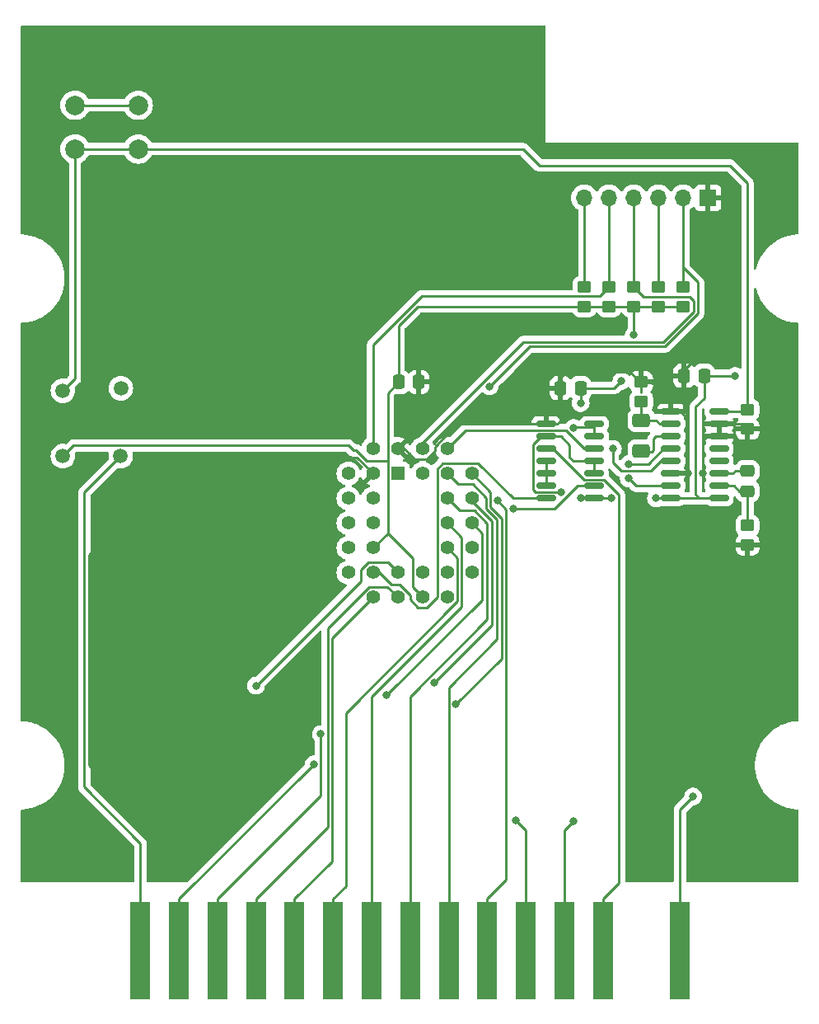
<source format=gbr>
G04 #@! TF.GenerationSoftware,KiCad,Pcbnew,8.0.2*
G04 #@! TF.CreationDate,2025-01-06T21:48:35+01:00*
G04 #@! TF.ProjectId,multicartridge-smd-top-dipswitch,6d756c74-6963-4617-9274-72696467652d,rev?*
G04 #@! TF.SameCoordinates,Original*
G04 #@! TF.FileFunction,Copper,L2,Bot*
G04 #@! TF.FilePolarity,Positive*
%FSLAX46Y46*%
G04 Gerber Fmt 4.6, Leading zero omitted, Abs format (unit mm)*
G04 Created by KiCad (PCBNEW 8.0.2) date 2025-01-06 21:48:35*
%MOMM*%
%LPD*%
G01*
G04 APERTURE LIST*
G04 Aperture macros list*
%AMRoundRect*
0 Rectangle with rounded corners*
0 $1 Rounding radius*
0 $2 $3 $4 $5 $6 $7 $8 $9 X,Y pos of 4 corners*
0 Add a 4 corners polygon primitive as box body*
4,1,4,$2,$3,$4,$5,$6,$7,$8,$9,$2,$3,0*
0 Add four circle primitives for the rounded corners*
1,1,$1+$1,$2,$3*
1,1,$1+$1,$4,$5*
1,1,$1+$1,$6,$7*
1,1,$1+$1,$8,$9*
0 Add four rect primitives between the rounded corners*
20,1,$1+$1,$2,$3,$4,$5,0*
20,1,$1+$1,$4,$5,$6,$7,0*
20,1,$1+$1,$6,$7,$8,$9,0*
20,1,$1+$1,$8,$9,$2,$3,0*%
G04 Aperture macros list end*
G04 #@! TA.AperFunction,SMDPad,CuDef*
%ADD10RoundRect,0.250000X-0.650000X0.412500X-0.650000X-0.412500X0.650000X-0.412500X0.650000X0.412500X0*%
G04 #@! TD*
G04 #@! TA.AperFunction,SMDPad,CuDef*
%ADD11RoundRect,0.250000X-0.475000X0.337500X-0.475000X-0.337500X0.475000X-0.337500X0.475000X0.337500X0*%
G04 #@! TD*
G04 #@! TA.AperFunction,SMDPad,CuDef*
%ADD12RoundRect,0.150000X0.825000X0.150000X-0.825000X0.150000X-0.825000X-0.150000X0.825000X-0.150000X0*%
G04 #@! TD*
G04 #@! TA.AperFunction,SMDPad,CuDef*
%ADD13RoundRect,0.250000X0.450000X-0.350000X0.450000X0.350000X-0.450000X0.350000X-0.450000X-0.350000X0*%
G04 #@! TD*
G04 #@! TA.AperFunction,SMDPad,CuDef*
%ADD14RoundRect,0.250000X-0.450000X0.350000X-0.450000X-0.350000X0.450000X-0.350000X0.450000X0.350000X0*%
G04 #@! TD*
G04 #@! TA.AperFunction,SMDPad,CuDef*
%ADD15RoundRect,0.250000X-0.337500X-0.475000X0.337500X-0.475000X0.337500X0.475000X-0.337500X0.475000X0*%
G04 #@! TD*
G04 #@! TA.AperFunction,SMDPad,CuDef*
%ADD16RoundRect,0.250000X0.337500X0.475000X-0.337500X0.475000X-0.337500X-0.475000X0.337500X-0.475000X0*%
G04 #@! TD*
G04 #@! TA.AperFunction,ComponentPad*
%ADD17C,2.000000*%
G04 #@! TD*
G04 #@! TA.AperFunction,ComponentPad*
%ADD18C,1.500000*%
G04 #@! TD*
G04 #@! TA.AperFunction,ComponentPad*
%ADD19R,1.700000X1.700000*%
G04 #@! TD*
G04 #@! TA.AperFunction,ComponentPad*
%ADD20O,1.700000X1.700000*%
G04 #@! TD*
G04 #@! TA.AperFunction,ComponentPad*
%ADD21R,1.422400X1.422400*%
G04 #@! TD*
G04 #@! TA.AperFunction,ComponentPad*
%ADD22C,1.422400*%
G04 #@! TD*
G04 #@! TA.AperFunction,SMDPad,CuDef*
%ADD23R,2.000000X10.000000*%
G04 #@! TD*
G04 #@! TA.AperFunction,ViaPad*
%ADD24C,0.800000*%
G04 #@! TD*
G04 #@! TA.AperFunction,Conductor*
%ADD25C,0.250000*%
G04 #@! TD*
G04 APERTURE END LIST*
D10*
X106934000Y-84709000D03*
X106934000Y-87834000D03*
D11*
X117856000Y-89894500D03*
X117856000Y-91969500D03*
D12*
X102108000Y-85090000D03*
X102108000Y-86360000D03*
X102108000Y-87630000D03*
X102108000Y-88900000D03*
X102108000Y-90170000D03*
X102108000Y-91440000D03*
X102108000Y-92710000D03*
X97158000Y-92710000D03*
X97158000Y-91440000D03*
X97158000Y-90170000D03*
X97158000Y-88900000D03*
X97158000Y-87630000D03*
X97158000Y-86360000D03*
X97158000Y-85090000D03*
X114935000Y-83820000D03*
X114935000Y-85090000D03*
X114935000Y-86360000D03*
X114935000Y-87630000D03*
X114935000Y-88900000D03*
X114935000Y-90170000D03*
X114935000Y-91440000D03*
X114935000Y-92710000D03*
X109985000Y-92710000D03*
X109985000Y-91440000D03*
X109985000Y-90170000D03*
X109985000Y-88900000D03*
X109985000Y-87630000D03*
X109985000Y-86360000D03*
X109985000Y-85090000D03*
X109985000Y-83820000D03*
D13*
X101092000Y-73009000D03*
X101092000Y-71009000D03*
X103632000Y-73009000D03*
X103632000Y-71009000D03*
X106172000Y-73009000D03*
X106172000Y-71009000D03*
X108712000Y-73009000D03*
X108712000Y-71009000D03*
X111252000Y-73009000D03*
X111252000Y-71009000D03*
D14*
X117856000Y-95504000D03*
X117856000Y-97504000D03*
X106934000Y-80772000D03*
X106934000Y-82772000D03*
D13*
X117856000Y-85598000D03*
X117856000Y-83598000D03*
D15*
X98636000Y-81407000D03*
X100711000Y-81407000D03*
X111336000Y-80137000D03*
X113411000Y-80137000D03*
D16*
X84074000Y-80772000D03*
X81999000Y-80772000D03*
D17*
X48747000Y-52345000D03*
X55247000Y-52345000D03*
X48747000Y-56845000D03*
X55247000Y-56845000D03*
D18*
X47498000Y-81661000D03*
X47498000Y-88370000D03*
X53445000Y-88370000D03*
X53467000Y-81407000D03*
D19*
X113792000Y-61849000D03*
D20*
X111252000Y-61849000D03*
X108712000Y-61849000D03*
X106172000Y-61849000D03*
X103632000Y-61849000D03*
X101092000Y-61849000D03*
D21*
X81915000Y-90170000D03*
D22*
X84455000Y-87630000D03*
X84455000Y-90170000D03*
X86995000Y-87630000D03*
X89535000Y-90170000D03*
X86995000Y-90170000D03*
X89535000Y-92710000D03*
X86995000Y-92710000D03*
X89535000Y-95250000D03*
X86995000Y-95250000D03*
X89535000Y-97790000D03*
X86995000Y-97790000D03*
X89535000Y-100330000D03*
X86995000Y-102870000D03*
X86995000Y-100330000D03*
X84455000Y-102870000D03*
X84455000Y-100330000D03*
X81915000Y-102870000D03*
X81915000Y-100330000D03*
X79375000Y-102870000D03*
X76835000Y-100330000D03*
X79375000Y-100330000D03*
X76835000Y-97790000D03*
X79375000Y-97790000D03*
X76835000Y-95250000D03*
X79375000Y-95250000D03*
X76835000Y-92710000D03*
X79375000Y-92710000D03*
X76835000Y-90170000D03*
X79375000Y-87630000D03*
X79375000Y-90170000D03*
X81915000Y-87630000D03*
D23*
X55465000Y-139192000D03*
X59425000Y-139192000D03*
X63385000Y-139192000D03*
X67345000Y-139192000D03*
X71305000Y-139192000D03*
X75265000Y-139192000D03*
X79225000Y-139192000D03*
X83185000Y-139192000D03*
X87145000Y-139192000D03*
X91105000Y-139192000D03*
X95065000Y-139192000D03*
X99025000Y-139192000D03*
X102985000Y-139192000D03*
X110905000Y-139192000D03*
D24*
X105664000Y-90678000D03*
X105664000Y-89191000D03*
X104013000Y-87630000D03*
X93790300Y-93746400D03*
X91341200Y-81228500D03*
X99985700Y-85484400D03*
X99985700Y-125847100D03*
X98701100Y-92065800D03*
X73277600Y-120014300D03*
X74010500Y-116935100D03*
X92175800Y-92956300D03*
X94060800Y-125810200D03*
X87904600Y-113840500D03*
X85668100Y-111660400D03*
X80780200Y-112956100D03*
X67345000Y-111953400D03*
X53721000Y-123698000D03*
X115951000Y-97536000D03*
X113284000Y-90170000D03*
X111760000Y-90170000D03*
X116586000Y-80137000D03*
X112268000Y-123317000D03*
X104902000Y-80645000D03*
X106172000Y-75946000D03*
X103886000Y-92710000D03*
X108458000Y-92710000D03*
X100711000Y-82931000D03*
X100711000Y-92710000D03*
D25*
X106934000Y-82772000D02*
X106934000Y-84709000D01*
X107950000Y-80772000D02*
X106934000Y-80772000D01*
X108331000Y-80899000D02*
X108077000Y-80899000D01*
X108077000Y-80899000D02*
X107950000Y-80772000D01*
X108458000Y-81026000D02*
X108331000Y-80899000D01*
X108712000Y-83820000D02*
X108458000Y-83566000D01*
X108458000Y-83566000D02*
X108458000Y-81026000D01*
X109985000Y-83820000D02*
X108712000Y-83820000D01*
X108458000Y-84709000D02*
X106934000Y-84709000D01*
X108839000Y-85090000D02*
X108458000Y-84709000D01*
X109985000Y-85090000D02*
X108839000Y-85090000D01*
X99187000Y-79756000D02*
X98636000Y-80307000D01*
X98636000Y-80307000D02*
X98636000Y-81407000D01*
X105791000Y-79756000D02*
X99187000Y-79756000D01*
X106934000Y-80899000D02*
X105791000Y-79756000D01*
X106934000Y-81847000D02*
X106934000Y-80899000D01*
X106426000Y-91440000D02*
X109985000Y-91440000D01*
X105664000Y-90678000D02*
X106426000Y-91440000D01*
X107659000Y-89191000D02*
X105664000Y-89191000D01*
X109220000Y-87630000D02*
X107659000Y-89191000D01*
X109985000Y-87630000D02*
X109220000Y-87630000D01*
X48747000Y-80412000D02*
X47498000Y-81661000D01*
X48747000Y-56845000D02*
X48747000Y-80412000D01*
X48747000Y-56845000D02*
X55247000Y-56845000D01*
X117856000Y-60325000D02*
X117856000Y-83598000D01*
X116078000Y-58547000D02*
X117856000Y-60325000D01*
X96520000Y-58547000D02*
X116078000Y-58547000D01*
X94818000Y-56845000D02*
X96520000Y-58547000D01*
X55247000Y-56845000D02*
X94818000Y-56845000D01*
X117634000Y-83820000D02*
X117856000Y-83598000D01*
X114935000Y-83820000D02*
X117634000Y-83820000D01*
X116988000Y-91969500D02*
X117856000Y-91969500D01*
X116459000Y-91440000D02*
X116988000Y-91969500D01*
X114935000Y-91440000D02*
X116459000Y-91440000D01*
X117856000Y-95504000D02*
X117856000Y-91969500D01*
X116608000Y-89894500D02*
X117856000Y-89894500D01*
X116332000Y-90170000D02*
X116608000Y-89894500D01*
X114935000Y-90170000D02*
X116332000Y-90170000D01*
X97158000Y-91440000D02*
X97158000Y-90170000D01*
X97158000Y-90170000D02*
X97158000Y-88900000D01*
X104013000Y-89027000D02*
X104013000Y-87630000D01*
X104902000Y-89916000D02*
X104013000Y-89027000D01*
X107892000Y-89916000D02*
X104902000Y-89916000D01*
X108908000Y-88900000D02*
X107892000Y-89916000D01*
X109985000Y-88900000D02*
X108908000Y-88900000D01*
X55465000Y-128118000D02*
X55465000Y-139192000D01*
X49700100Y-122353100D02*
X55465000Y-128118000D01*
X49700100Y-92114900D02*
X49700100Y-122353100D01*
X53445000Y-88370000D02*
X49700100Y-92114900D01*
X108458000Y-86360000D02*
X109985000Y-86360000D01*
X108204000Y-86614000D02*
X108458000Y-86360000D01*
X108204000Y-87757000D02*
X108204000Y-86614000D01*
X108024000Y-87937500D02*
X108204000Y-87757000D01*
X106934000Y-87937500D02*
X108024000Y-87937500D01*
X93779500Y-92710000D02*
X97158000Y-92710000D01*
X90166000Y-89096500D02*
X93779500Y-92710000D01*
X86548100Y-89096500D02*
X90166000Y-89096500D01*
X85958600Y-89686000D02*
X86548100Y-89096500D01*
X85958600Y-102881200D02*
X85958600Y-89686000D01*
X84932100Y-103907700D02*
X85958600Y-102881200D01*
X84002100Y-103907700D02*
X84932100Y-103907700D01*
X83185000Y-103090600D02*
X84002100Y-103907700D01*
X83185000Y-102664100D02*
X83185000Y-103090600D01*
X82120900Y-101600000D02*
X83185000Y-102664100D01*
X81281700Y-101600000D02*
X82120900Y-101600000D01*
X80011700Y-100330000D02*
X81281700Y-101600000D01*
X79375000Y-100330000D02*
X80011700Y-100330000D01*
X98051000Y-93746400D02*
X93790300Y-93746400D01*
X100357400Y-91440000D02*
X98051000Y-93746400D01*
X102108000Y-91440000D02*
X100357400Y-91440000D01*
X101092000Y-61849000D02*
X101092000Y-71009000D01*
X103632000Y-71009000D02*
X103632000Y-61849000D01*
X102684400Y-71956600D02*
X103632000Y-71009000D01*
X84359600Y-71956600D02*
X102684400Y-71956600D01*
X79375000Y-76941200D02*
X84359600Y-71956600D01*
X79375000Y-87630000D02*
X79375000Y-76941200D01*
X106172000Y-61849000D02*
X106172000Y-71009000D01*
X84455000Y-87035200D02*
X84455000Y-87630000D01*
X94819000Y-76671200D02*
X84455000Y-87035200D01*
X109206500Y-76671200D02*
X94819000Y-76671200D01*
X112303700Y-73574000D02*
X109206500Y-76671200D01*
X112303700Y-72415400D02*
X112303700Y-73574000D01*
X111897300Y-72009000D02*
X112303700Y-72415400D01*
X107172000Y-72009000D02*
X111897300Y-72009000D01*
X106172000Y-71009000D02*
X107172000Y-72009000D01*
X108712000Y-71009000D02*
X108712000Y-61849000D01*
X111252000Y-69005700D02*
X111252000Y-71009000D01*
X111252000Y-61849000D02*
X111252000Y-69005700D01*
X95448300Y-77121400D02*
X91341200Y-81228500D01*
X109393000Y-77121400D02*
X95448300Y-77121400D01*
X112779400Y-73735000D02*
X109393000Y-77121400D01*
X112779400Y-70533100D02*
X112779400Y-73735000D01*
X111252000Y-69005700D02*
X112779400Y-70533100D01*
X102108000Y-85090000D02*
X102108000Y-85392600D01*
X102108000Y-85392600D02*
X102108000Y-86360000D01*
X100077500Y-85392600D02*
X99985700Y-85484400D01*
X102108000Y-85392600D02*
X100077500Y-85392600D01*
X99025000Y-126807800D02*
X99985700Y-125847100D01*
X99025000Y-139192000D02*
X99025000Y-126807800D01*
X102108000Y-88900000D02*
X102108000Y-90170000D01*
X99949000Y-88900000D02*
X102108000Y-88900000D01*
X99568000Y-88519000D02*
X99949000Y-88900000D01*
X99568000Y-87249000D02*
X99568000Y-88519000D01*
X98679000Y-86360000D02*
X99568000Y-87249000D01*
X97158000Y-86360000D02*
X98679000Y-86360000D01*
X96079800Y-92065800D02*
X98701100Y-92065800D01*
X95854700Y-91840700D02*
X96079800Y-92065800D01*
X95854700Y-87206400D02*
X95854700Y-91840700D01*
X96701100Y-86360000D02*
X95854700Y-87206400D01*
X97158000Y-86360000D02*
X96701100Y-86360000D01*
X97892300Y-87630000D02*
X97158000Y-87630000D01*
X101067300Y-90805000D02*
X97892300Y-87630000D01*
X103123000Y-90805000D02*
X101067300Y-90805000D01*
X104652100Y-92334100D02*
X103123000Y-90805000D01*
X104652100Y-132199800D02*
X104652100Y-92334100D01*
X102985000Y-133866900D02*
X104652100Y-132199800D01*
X102985000Y-139192000D02*
X102985000Y-133866900D01*
X59425000Y-139192000D02*
X59425000Y-133866900D01*
X59425000Y-133866900D02*
X73277600Y-120014300D01*
X63385000Y-139192000D02*
X63385000Y-133866900D01*
X74010500Y-123241400D02*
X63385000Y-133866900D01*
X74010500Y-116935100D02*
X74010500Y-123241400D01*
X67345000Y-139192000D02*
X67345000Y-133866900D01*
X80861600Y-101816600D02*
X81915000Y-102870000D01*
X78962800Y-101816600D02*
X80861600Y-101816600D01*
X74735600Y-106043800D02*
X78962800Y-101816600D01*
X74735600Y-126476300D02*
X74735600Y-106043800D01*
X67345000Y-133866900D02*
X74735600Y-126476300D01*
X71305000Y-139192000D02*
X71305000Y-133866900D01*
X75185700Y-107059300D02*
X79375000Y-102870000D01*
X75185700Y-129986200D02*
X75185700Y-107059300D01*
X71305000Y-133866900D02*
X75185700Y-129986200D01*
X76590100Y-132541800D02*
X75265000Y-133866900D01*
X76590100Y-114740600D02*
X76590100Y-132541800D01*
X88036700Y-103294000D02*
X76590100Y-114740600D01*
X88036700Y-98831700D02*
X88036700Y-103294000D01*
X86995000Y-97790000D02*
X88036700Y-98831700D01*
X75265000Y-139192000D02*
X75265000Y-133866900D01*
X79225000Y-139192000D02*
X79225000Y-133866900D01*
X88486900Y-96741900D02*
X86995000Y-95250000D01*
X88486900Y-103850600D02*
X88486900Y-96741900D01*
X79225000Y-113112500D02*
X88486900Y-103850600D01*
X79225000Y-133866900D02*
X79225000Y-113112500D01*
X83185000Y-139192000D02*
X83185000Y-133866900D01*
X83185000Y-113063200D02*
X83185000Y-133866900D01*
X91096200Y-105152000D02*
X83185000Y-113063200D01*
X91096200Y-95305100D02*
X91096200Y-105152000D01*
X89771100Y-93980000D02*
X91096200Y-95305100D01*
X88265000Y-93980000D02*
X89771100Y-93980000D01*
X86995000Y-92710000D02*
X88265000Y-93980000D01*
X87145000Y-139192000D02*
X87145000Y-133866900D01*
X87145000Y-112131000D02*
X87145000Y-133866900D01*
X92105700Y-107170300D02*
X87145000Y-112131000D01*
X92105700Y-94913600D02*
X92105700Y-107170300D01*
X91000600Y-93808500D02*
X92105700Y-94913600D01*
X91000600Y-92668600D02*
X91000600Y-93808500D01*
X89612700Y-91280700D02*
X91000600Y-92668600D01*
X88105700Y-91280700D02*
X89612700Y-91280700D01*
X86995000Y-90170000D02*
X88105700Y-91280700D01*
X93056500Y-131915400D02*
X91105000Y-133866900D01*
X93056500Y-93837000D02*
X93056500Y-131915400D01*
X92175800Y-92956300D02*
X93056500Y-93837000D01*
X91105000Y-139192000D02*
X91105000Y-133866900D01*
X95065000Y-126814400D02*
X95065000Y-139192000D01*
X94060800Y-125810200D02*
X95065000Y-126814400D01*
X101080900Y-87630000D02*
X102108000Y-87630000D01*
X99176000Y-85725100D02*
X101080900Y-87630000D01*
X88899900Y-85725100D02*
X99176000Y-85725100D01*
X86995000Y-87630000D02*
X88899900Y-85725100D01*
X92595200Y-109149900D02*
X87904600Y-113840500D01*
X92595200Y-94766500D02*
X92595200Y-109149900D01*
X91450700Y-93622000D02*
X92595200Y-94766500D01*
X91450700Y-92085700D02*
X91450700Y-93622000D01*
X89535000Y-90170000D02*
X91450700Y-92085700D01*
X91604800Y-105723700D02*
X85668100Y-111660400D01*
X91604800Y-95049300D02*
X91604800Y-105723700D01*
X89535000Y-92979500D02*
X91604800Y-95049300D01*
X89535000Y-92710000D02*
X89535000Y-92979500D01*
X90571400Y-103164900D02*
X80780200Y-112956100D01*
X90571400Y-96286400D02*
X90571400Y-103164900D01*
X89535000Y-95250000D02*
X90571400Y-96286400D01*
X78105000Y-101193400D02*
X67345000Y-111953400D01*
X78105000Y-100079500D02*
X78105000Y-101193400D01*
X78890900Y-99293600D02*
X78105000Y-100079500D01*
X80878600Y-99293600D02*
X78890900Y-99293600D01*
X81915000Y-100330000D02*
X80878600Y-99293600D01*
X77724000Y-88519000D02*
X79375000Y-90170000D01*
X60198000Y-88519000D02*
X77724000Y-88519000D01*
X50165000Y-98552000D02*
X60198000Y-88519000D01*
X50165000Y-120142000D02*
X50165000Y-98552000D01*
X53721000Y-123698000D02*
X50165000Y-120142000D01*
X117824000Y-97536000D02*
X117856000Y-97504000D01*
X115951000Y-97536000D02*
X117824000Y-97536000D01*
X110960000Y-83820000D02*
X109985000Y-83820000D01*
X111760000Y-84620000D02*
X110960000Y-83820000D01*
X111760000Y-90170000D02*
X111760000Y-84620000D01*
X113665000Y-86360000D02*
X114935000Y-86360000D01*
X113284000Y-86741000D02*
X113665000Y-86360000D01*
X113284000Y-90170000D02*
X113284000Y-86741000D01*
X109985000Y-90170000D02*
X111760000Y-90170000D01*
X114935000Y-86360000D02*
X114935000Y-85090000D01*
X117348000Y-85090000D02*
X117856000Y-85598000D01*
X114935000Y-85090000D02*
X117348000Y-85090000D01*
X111336000Y-79545000D02*
X111336000Y-80137000D01*
X113792000Y-77089000D02*
X111336000Y-79545000D01*
X113792000Y-61849000D02*
X113792000Y-77089000D01*
X111125000Y-83820000D02*
X110960000Y-83820000D01*
X111336000Y-83609000D02*
X111125000Y-83820000D01*
X111336000Y-80137000D02*
X111336000Y-83609000D01*
X110960000Y-83820000D02*
X109985000Y-83820000D01*
X98636000Y-84666000D02*
X98636000Y-81407000D01*
X98679000Y-84709000D02*
X98636000Y-84666000D01*
X98298000Y-85090000D02*
X98679000Y-84709000D01*
X97158000Y-85090000D02*
X98298000Y-85090000D01*
X84074000Y-85471000D02*
X82263200Y-87281800D01*
X84074000Y-80772000D02*
X84074000Y-85471000D01*
X82263200Y-87281800D02*
X81915000Y-87630000D01*
X88032900Y-85090000D02*
X97158000Y-85090000D01*
X85725000Y-87397900D02*
X88032900Y-85090000D01*
X85725000Y-87880500D02*
X85725000Y-87397900D01*
X84939100Y-88666400D02*
X85725000Y-87880500D01*
X83647800Y-88666400D02*
X84939100Y-88666400D01*
X82263200Y-87281800D02*
X83647800Y-88666400D01*
X83963000Y-73009000D02*
X101092000Y-73009000D01*
X81999000Y-74973000D02*
X83963000Y-73009000D01*
X81999000Y-80772000D02*
X81999000Y-74973000D01*
X113411000Y-80137000D02*
X116586000Y-80137000D01*
X110905000Y-124680000D02*
X112268000Y-123317000D01*
X110905000Y-139192000D02*
X110905000Y-124680000D01*
X106172000Y-75946000D02*
X106172000Y-73009000D01*
X104140000Y-81407000D02*
X104902000Y-80645000D01*
X100711000Y-81407000D02*
X104140000Y-81407000D01*
X108458000Y-92710000D02*
X109985000Y-92710000D01*
X102108000Y-92710000D02*
X103886000Y-92710000D01*
X100711000Y-92710000D02*
X102108000Y-92710000D01*
X100711000Y-81407000D02*
X100711000Y-82931000D01*
X83418800Y-101834000D02*
X84455000Y-102870000D01*
X83418800Y-98826200D02*
X83418800Y-101834000D01*
X80878800Y-96286200D02*
X83418800Y-98826200D01*
X80878800Y-96286200D02*
X79375000Y-97790000D01*
X48747000Y-52345000D02*
X55247000Y-52345000D01*
X114935000Y-92710000D02*
X112903000Y-92710000D01*
X112903000Y-92710000D02*
X109985000Y-92710000D01*
X112522000Y-92329000D02*
X112903000Y-92710000D01*
X112522000Y-83312000D02*
X112522000Y-92329000D01*
X113411000Y-82423000D02*
X112522000Y-83312000D01*
X113411000Y-80137000D02*
X113411000Y-82423000D01*
X112903000Y-92710000D02*
X114935000Y-92710000D01*
X101092000Y-73009000D02*
X103632000Y-73009000D01*
X103632000Y-73009000D02*
X106172000Y-73009000D01*
X106172000Y-73009000D02*
X108712000Y-73009000D01*
X108712000Y-73009000D02*
X111252000Y-73009000D01*
X80878800Y-81892200D02*
X80878800Y-88900000D01*
X81999000Y-80772000D02*
X80878800Y-81892200D01*
X80878800Y-88900000D02*
X80878800Y-96286200D01*
X78741700Y-88900000D02*
X80878800Y-88900000D01*
X77618200Y-87776500D02*
X78741700Y-88900000D01*
X77340200Y-87776500D02*
X77618200Y-87776500D01*
X76857500Y-87293800D02*
X77340200Y-87776500D01*
X48574200Y-87293800D02*
X76857500Y-87293800D01*
X47498000Y-88370000D02*
X48574200Y-87293800D01*
G04 #@! TA.AperFunction,Conductor*
G36*
X97063621Y-44190502D02*
G01*
X97110114Y-44244158D01*
X97121500Y-44296500D01*
X97121500Y-56155563D01*
X97136436Y-56170499D01*
X97136438Y-56170500D01*
X97157562Y-56170500D01*
X122995500Y-56170500D01*
X123063621Y-56190502D01*
X123110114Y-56244158D01*
X123121500Y-56296500D01*
X123121500Y-65493500D01*
X123101498Y-65561621D01*
X123047842Y-65608114D01*
X122995500Y-65619500D01*
X122937774Y-65619500D01*
X122521106Y-65658110D01*
X122521102Y-65658110D01*
X122521099Y-65658111D01*
X122109778Y-65734999D01*
X122109770Y-65735001D01*
X121707299Y-65849516D01*
X121317106Y-66000676D01*
X120942511Y-66187203D01*
X120586760Y-66407474D01*
X120586745Y-66407484D01*
X120252815Y-66659656D01*
X120252808Y-66659661D01*
X119943569Y-66941569D01*
X119661661Y-67250808D01*
X119661656Y-67250815D01*
X119409484Y-67584745D01*
X119409474Y-67584760D01*
X119189203Y-67940511D01*
X119002676Y-68315106D01*
X118851516Y-68705299D01*
X118736690Y-69108866D01*
X118698809Y-69168912D01*
X118634478Y-69198947D01*
X118564122Y-69189433D01*
X118510078Y-69143392D01*
X118489504Y-69075442D01*
X118489500Y-69074384D01*
X118489500Y-60262607D01*
X118489499Y-60262603D01*
X118465155Y-60140215D01*
X118451168Y-60106447D01*
X118417401Y-60024925D01*
X118348072Y-59921167D01*
X116481833Y-58054929D01*
X116378075Y-57985600D01*
X116262785Y-57937845D01*
X116189086Y-57923185D01*
X116140396Y-57913500D01*
X116140394Y-57913500D01*
X96834594Y-57913500D01*
X96766473Y-57893498D01*
X96745499Y-57876595D01*
X95221835Y-56352931D01*
X95221833Y-56352929D01*
X95118075Y-56283600D01*
X95002785Y-56235845D01*
X94929086Y-56221185D01*
X94880396Y-56211500D01*
X94880394Y-56211500D01*
X56698565Y-56211500D01*
X56630444Y-56191498D01*
X56591134Y-56151337D01*
X56471176Y-55955584D01*
X56471173Y-55955580D01*
X56316969Y-55775030D01*
X56136419Y-55620826D01*
X56136417Y-55620825D01*
X56136416Y-55620824D01*
X55933963Y-55496760D01*
X55714594Y-55405895D01*
X55714592Y-55405894D01*
X55556651Y-55367976D01*
X55483711Y-55350465D01*
X55247000Y-55331835D01*
X55010289Y-55350465D01*
X54779407Y-55405894D01*
X54560038Y-55496759D01*
X54357582Y-55620825D01*
X54357580Y-55620826D01*
X54177030Y-55775030D01*
X54022826Y-55955580D01*
X54022825Y-55955582D01*
X54022824Y-55955584D01*
X53902865Y-56151337D01*
X53850220Y-56198966D01*
X53795435Y-56211500D01*
X50198565Y-56211500D01*
X50130444Y-56191498D01*
X50091134Y-56151337D01*
X49971176Y-55955584D01*
X49971173Y-55955580D01*
X49816969Y-55775030D01*
X49636419Y-55620826D01*
X49636417Y-55620825D01*
X49636416Y-55620824D01*
X49433963Y-55496760D01*
X49214594Y-55405895D01*
X49214592Y-55405894D01*
X49056651Y-55367976D01*
X48983711Y-55350465D01*
X48747000Y-55331835D01*
X48510289Y-55350465D01*
X48279407Y-55405894D01*
X48060038Y-55496759D01*
X47857582Y-55620825D01*
X47857580Y-55620826D01*
X47677030Y-55775030D01*
X47522826Y-55955580D01*
X47522825Y-55955582D01*
X47398759Y-56158038D01*
X47307894Y-56377407D01*
X47252465Y-56608289D01*
X47233835Y-56845000D01*
X47252465Y-57081710D01*
X47307894Y-57312592D01*
X47398759Y-57531961D01*
X47522825Y-57734417D01*
X47522826Y-57734419D01*
X47677030Y-57914969D01*
X47857580Y-58069173D01*
X47857584Y-58069176D01*
X48053337Y-58189134D01*
X48100966Y-58241780D01*
X48113500Y-58296565D01*
X48113500Y-80097405D01*
X48093498Y-80165526D01*
X48076599Y-80186495D01*
X47950153Y-80312942D01*
X47870422Y-80392673D01*
X47808110Y-80426698D01*
X47748718Y-80425284D01*
X47717372Y-80416885D01*
X47498000Y-80397693D01*
X47278629Y-80416885D01*
X47065926Y-80473879D01*
X47065920Y-80473881D01*
X46866346Y-80566944D01*
X46685965Y-80693248D01*
X46685959Y-80693253D01*
X46530253Y-80848959D01*
X46530248Y-80848965D01*
X46403944Y-81029346D01*
X46310881Y-81228920D01*
X46310879Y-81228926D01*
X46263164Y-81407000D01*
X46253885Y-81441629D01*
X46234693Y-81661000D01*
X46253885Y-81880371D01*
X46272100Y-81948348D01*
X46310879Y-82093073D01*
X46310881Y-82093079D01*
X46369618Y-82219042D01*
X46403944Y-82292654D01*
X46461428Y-82374749D01*
X46530251Y-82473038D01*
X46530254Y-82473042D01*
X46685957Y-82628745D01*
X46685961Y-82628748D01*
X46685962Y-82628749D01*
X46866346Y-82755056D01*
X47065924Y-82848120D01*
X47278629Y-82905115D01*
X47498000Y-82924307D01*
X47717371Y-82905115D01*
X47930076Y-82848120D01*
X48129654Y-82755056D01*
X48310038Y-82628749D01*
X48465749Y-82473038D01*
X48592056Y-82292654D01*
X48685120Y-82093076D01*
X48742115Y-81880371D01*
X48761307Y-81661000D01*
X48742115Y-81441629D01*
X48733715Y-81410281D01*
X48733793Y-81407000D01*
X52203693Y-81407000D01*
X52222885Y-81626371D01*
X52246781Y-81715550D01*
X52279879Y-81839073D01*
X52279881Y-81839079D01*
X52364067Y-82019617D01*
X52372944Y-82038654D01*
X52454134Y-82154604D01*
X52499251Y-82219038D01*
X52499254Y-82219042D01*
X52654957Y-82374745D01*
X52654961Y-82374748D01*
X52654962Y-82374749D01*
X52835346Y-82501056D01*
X53034924Y-82594120D01*
X53247629Y-82651115D01*
X53467000Y-82670307D01*
X53686371Y-82651115D01*
X53899076Y-82594120D01*
X54098654Y-82501056D01*
X54279038Y-82374749D01*
X54434749Y-82219038D01*
X54561056Y-82038654D01*
X54654120Y-81839076D01*
X54711115Y-81626371D01*
X54730307Y-81407000D01*
X54711115Y-81187629D01*
X54654120Y-80974924D01*
X54561056Y-80775347D01*
X54434749Y-80594962D01*
X54279038Y-80439251D01*
X54098654Y-80312944D01*
X54098650Y-80312942D01*
X53899079Y-80219881D01*
X53899073Y-80219879D01*
X53809178Y-80195791D01*
X53686371Y-80162885D01*
X53467000Y-80143693D01*
X53247629Y-80162885D01*
X53034926Y-80219879D01*
X53034920Y-80219881D01*
X52835346Y-80312944D01*
X52654965Y-80439248D01*
X52654959Y-80439253D01*
X52499253Y-80594959D01*
X52499248Y-80594965D01*
X52372944Y-80775346D01*
X52279881Y-80974920D01*
X52279879Y-80974926D01*
X52251684Y-81080150D01*
X52222885Y-81187629D01*
X52203693Y-81407000D01*
X48733793Y-81407000D01*
X48735403Y-81339311D01*
X48766324Y-81288579D01*
X49239072Y-80815833D01*
X49308401Y-80712075D01*
X49356155Y-80596784D01*
X49356518Y-80594962D01*
X49380500Y-80474394D01*
X49380500Y-58296565D01*
X49400502Y-58228444D01*
X49440662Y-58189134D01*
X49636416Y-58069176D01*
X49816969Y-57914969D01*
X49971176Y-57734416D01*
X50091134Y-57538662D01*
X50143780Y-57491034D01*
X50198565Y-57478500D01*
X53795435Y-57478500D01*
X53863556Y-57498502D01*
X53902865Y-57538662D01*
X54022824Y-57734416D01*
X54022825Y-57734417D01*
X54022826Y-57734419D01*
X54177030Y-57914969D01*
X54357580Y-58069173D01*
X54357584Y-58069176D01*
X54560037Y-58193240D01*
X54779406Y-58284105D01*
X55010289Y-58339535D01*
X55247000Y-58358165D01*
X55483711Y-58339535D01*
X55714594Y-58284105D01*
X55933963Y-58193240D01*
X56136416Y-58069176D01*
X56316969Y-57914969D01*
X56471176Y-57734416D01*
X56591134Y-57538662D01*
X56643780Y-57491034D01*
X56698565Y-57478500D01*
X94503406Y-57478500D01*
X94571527Y-57498502D01*
X94592501Y-57515405D01*
X96027929Y-58950833D01*
X96116167Y-59039071D01*
X96219925Y-59108400D01*
X96335215Y-59156155D01*
X96457606Y-59180500D01*
X115763406Y-59180500D01*
X115831527Y-59200502D01*
X115852501Y-59217405D01*
X117185595Y-60550499D01*
X117219621Y-60612811D01*
X117222500Y-60639594D01*
X117222500Y-79231888D01*
X117202498Y-79300009D01*
X117148842Y-79346502D01*
X117078568Y-79356606D01*
X117045251Y-79346995D01*
X117042753Y-79345882D01*
X117042752Y-79345882D01*
X116868288Y-79268206D01*
X116681487Y-79228500D01*
X116490513Y-79228500D01*
X116303711Y-79268206D01*
X116129247Y-79345882D01*
X115974747Y-79458133D01*
X115971437Y-79461810D01*
X115910991Y-79499050D01*
X115877800Y-79503500D01*
X114586023Y-79503500D01*
X114517902Y-79483498D01*
X114471409Y-79429842D01*
X114466418Y-79417133D01*
X114443177Y-79346995D01*
X114440615Y-79339262D01*
X114347530Y-79188348D01*
X114347527Y-79188345D01*
X114347524Y-79188341D01*
X114222158Y-79062975D01*
X114222152Y-79062970D01*
X114071238Y-78969885D01*
X113987082Y-78941999D01*
X113902927Y-78914113D01*
X113902920Y-78914112D01*
X113799053Y-78903500D01*
X113022955Y-78903500D01*
X112919074Y-78914112D01*
X112750761Y-78969885D01*
X112599847Y-79062970D01*
X112599841Y-79062975D01*
X112474471Y-79188345D01*
X112472011Y-79191457D01*
X112469781Y-79193035D01*
X112469280Y-79193537D01*
X112469194Y-79193451D01*
X112414068Y-79232483D01*
X112343143Y-79235671D01*
X112281754Y-79200008D01*
X112274337Y-79191446D01*
X112272132Y-79188657D01*
X112146845Y-79063370D01*
X112146839Y-79063365D01*
X111996025Y-78970342D01*
X111827821Y-78914606D01*
X111827818Y-78914605D01*
X111724016Y-78904000D01*
X111590000Y-78904000D01*
X111590000Y-81370000D01*
X111724017Y-81370000D01*
X111724016Y-81369999D01*
X111827818Y-81359394D01*
X111827821Y-81359393D01*
X111996025Y-81303657D01*
X112146839Y-81210634D01*
X112146845Y-81210629D01*
X112272124Y-81085350D01*
X112274332Y-81082558D01*
X112276337Y-81081137D01*
X112277325Y-81080150D01*
X112277493Y-81080318D01*
X112332268Y-81041522D01*
X112403193Y-81038323D01*
X112464588Y-81073976D01*
X112472015Y-81082547D01*
X112474474Y-81085657D01*
X112599841Y-81211024D01*
X112599847Y-81211029D01*
X112599848Y-81211030D01*
X112717647Y-81283689D01*
X112765125Y-81336475D01*
X112777500Y-81390930D01*
X112777500Y-82108406D01*
X112757498Y-82176527D01*
X112740595Y-82197501D01*
X112029931Y-82908164D01*
X112029926Y-82908171D01*
X112019145Y-82924307D01*
X111960600Y-83011925D01*
X111959559Y-83014438D01*
X111915450Y-83120927D01*
X111912845Y-83127215D01*
X111905031Y-83166498D01*
X111888500Y-83249603D01*
X111888500Y-91950500D01*
X111868498Y-92018621D01*
X111814842Y-92065114D01*
X111762500Y-92076500D01*
X111508225Y-92076500D01*
X111440104Y-92056498D01*
X111393611Y-92002842D01*
X111383507Y-91932568D01*
X111399771Y-91886361D01*
X111407260Y-91873696D01*
X111419145Y-91853601D01*
X111465562Y-91693831D01*
X111468499Y-91656511D01*
X111468500Y-91656511D01*
X111468500Y-91223489D01*
X111468499Y-91223488D01*
X111467826Y-91214941D01*
X111465562Y-91186169D01*
X111419145Y-91026399D01*
X111419143Y-91026395D01*
X111419143Y-91026394D01*
X111334455Y-90883196D01*
X111333385Y-90881816D01*
X111332882Y-90880536D01*
X111330418Y-90876369D01*
X111331090Y-90875971D01*
X111307437Y-90815732D01*
X111321336Y-90746109D01*
X111333390Y-90727353D01*
X111334056Y-90726493D01*
X111418681Y-90583401D01*
X111464993Y-90424000D01*
X109857000Y-90424000D01*
X109788879Y-90403998D01*
X109742386Y-90350342D01*
X109731000Y-90298000D01*
X109731000Y-90042000D01*
X109751002Y-89973879D01*
X109804658Y-89927386D01*
X109857000Y-89916000D01*
X111464992Y-89916000D01*
X111418681Y-89756598D01*
X111334053Y-89613500D01*
X111333385Y-89612639D01*
X111333071Y-89611840D01*
X111330019Y-89606679D01*
X111330851Y-89606186D01*
X111307437Y-89546554D01*
X111321336Y-89476931D01*
X111333390Y-89458176D01*
X111334444Y-89456815D01*
X111334453Y-89456807D01*
X111378106Y-89382994D01*
X111419143Y-89313605D01*
X111419143Y-89313603D01*
X111419145Y-89313601D01*
X111465562Y-89153831D01*
X111468499Y-89116511D01*
X111468500Y-89116511D01*
X111468500Y-88683489D01*
X111468499Y-88683488D01*
X111467132Y-88666124D01*
X111465562Y-88646169D01*
X111419145Y-88486399D01*
X111419143Y-88486397D01*
X111419143Y-88486394D01*
X111334456Y-88343198D01*
X111334455Y-88343197D01*
X111334453Y-88343193D01*
X111334449Y-88343189D01*
X111333708Y-88342233D01*
X111333356Y-88341337D01*
X111330418Y-88336369D01*
X111331219Y-88335895D01*
X111307756Y-88276150D01*
X111321652Y-88206526D01*
X111333708Y-88187767D01*
X111334445Y-88186814D01*
X111334453Y-88186807D01*
X111416098Y-88048753D01*
X111419143Y-88043605D01*
X111419143Y-88043603D01*
X111419145Y-88043601D01*
X111465562Y-87883831D01*
X111468499Y-87846511D01*
X111468500Y-87846511D01*
X111468500Y-87413489D01*
X111468499Y-87413488D01*
X111467614Y-87402248D01*
X111465562Y-87376169D01*
X111419145Y-87216399D01*
X111419143Y-87216397D01*
X111419143Y-87216394D01*
X111334456Y-87073198D01*
X111334455Y-87073197D01*
X111334453Y-87073193D01*
X111334449Y-87073189D01*
X111333708Y-87072233D01*
X111333356Y-87071337D01*
X111330418Y-87066369D01*
X111331219Y-87065895D01*
X111307756Y-87006150D01*
X111321652Y-86936526D01*
X111333708Y-86917767D01*
X111334445Y-86916814D01*
X111334453Y-86916807D01*
X111402512Y-86801726D01*
X111419143Y-86773605D01*
X111419143Y-86773603D01*
X111419145Y-86773601D01*
X111465562Y-86613831D01*
X111468499Y-86576511D01*
X111468500Y-86576511D01*
X111468500Y-86143489D01*
X111468499Y-86143488D01*
X111465562Y-86106171D01*
X111465562Y-86106170D01*
X111462899Y-86097003D01*
X111419145Y-85946399D01*
X111419143Y-85946397D01*
X111419143Y-85946394D01*
X111334456Y-85803198D01*
X111334455Y-85803197D01*
X111334453Y-85803193D01*
X111334449Y-85803189D01*
X111333708Y-85802233D01*
X111333356Y-85801337D01*
X111330418Y-85796369D01*
X111331219Y-85795895D01*
X111307756Y-85736150D01*
X111321652Y-85666526D01*
X111333708Y-85647767D01*
X111334445Y-85646814D01*
X111334453Y-85646807D01*
X111419145Y-85503601D01*
X111465562Y-85343831D01*
X111468499Y-85306511D01*
X111468500Y-85306511D01*
X111468500Y-84873489D01*
X111468499Y-84873488D01*
X111465562Y-84836171D01*
X111465562Y-84836170D01*
X111456662Y-84805535D01*
X111419145Y-84676399D01*
X111419143Y-84676397D01*
X111419143Y-84676394D01*
X111334455Y-84533196D01*
X111333385Y-84531816D01*
X111332882Y-84530536D01*
X111330418Y-84526369D01*
X111331090Y-84525971D01*
X111307437Y-84465732D01*
X111321336Y-84396109D01*
X111333390Y-84377353D01*
X111334056Y-84376493D01*
X111418681Y-84233401D01*
X111464993Y-84074000D01*
X108449263Y-84074000D01*
X108440917Y-84075500D01*
X108400813Y-84075500D01*
X108332692Y-84055498D01*
X108286199Y-84001842D01*
X108281209Y-83989134D01*
X108279551Y-83984134D01*
X108276115Y-83973762D01*
X108183030Y-83822848D01*
X108183029Y-83822847D01*
X108183024Y-83822841D01*
X108057653Y-83697470D01*
X108053234Y-83693976D01*
X108012206Y-83636035D01*
X108009056Y-83566000D01*
X108505007Y-83566000D01*
X109731000Y-83566000D01*
X110239000Y-83566000D01*
X111464992Y-83566000D01*
X111418681Y-83406598D01*
X111334051Y-83263498D01*
X111334050Y-83263496D01*
X111216503Y-83145949D01*
X111216501Y-83145948D01*
X111073401Y-83061318D01*
X110913748Y-83014934D01*
X110913750Y-83014934D01*
X110876456Y-83012000D01*
X110239000Y-83012000D01*
X110239000Y-83566000D01*
X109731000Y-83566000D01*
X109731000Y-83012000D01*
X109093544Y-83012000D01*
X109056249Y-83014934D01*
X108896599Y-83061318D01*
X108753498Y-83145948D01*
X108753496Y-83145949D01*
X108635949Y-83263496D01*
X108635948Y-83263498D01*
X108551318Y-83406598D01*
X108505007Y-83566000D01*
X108009056Y-83566000D01*
X108009016Y-83565110D01*
X108024145Y-83528994D01*
X108076115Y-83444738D01*
X108131887Y-83276426D01*
X108142500Y-83172545D01*
X108142499Y-82371456D01*
X108140568Y-82352558D01*
X108131887Y-82267574D01*
X108111747Y-82206794D01*
X108076115Y-82099262D01*
X107983030Y-81948348D01*
X107983029Y-81948347D01*
X107983024Y-81948341D01*
X107895424Y-81860741D01*
X107861398Y-81798429D01*
X107866463Y-81727614D01*
X107895424Y-81682551D01*
X107982629Y-81595345D01*
X107982634Y-81595339D01*
X108075657Y-81444525D01*
X108131393Y-81276321D01*
X108131394Y-81276318D01*
X108141999Y-81172516D01*
X108142000Y-81172516D01*
X108142000Y-81026000D01*
X106806000Y-81026000D01*
X106737879Y-81005998D01*
X106691386Y-80952342D01*
X106680000Y-80900000D01*
X106680000Y-80662516D01*
X110240500Y-80662516D01*
X110251105Y-80766318D01*
X110251106Y-80766321D01*
X110306842Y-80934525D01*
X110399865Y-81085339D01*
X110399870Y-81085345D01*
X110525154Y-81210629D01*
X110525160Y-81210634D01*
X110675974Y-81303657D01*
X110844178Y-81359393D01*
X110844181Y-81359394D01*
X110947983Y-81369999D01*
X110947983Y-81370000D01*
X111082000Y-81370000D01*
X111082000Y-80391000D01*
X110240500Y-80391000D01*
X110240500Y-80662516D01*
X106680000Y-80662516D01*
X106680000Y-80518000D01*
X107188000Y-80518000D01*
X108142000Y-80518000D01*
X108142000Y-80371483D01*
X108131394Y-80267681D01*
X108131393Y-80267678D01*
X108075657Y-80099474D01*
X107982634Y-79948660D01*
X107982629Y-79948654D01*
X107857345Y-79823370D01*
X107857339Y-79823365D01*
X107706525Y-79730342D01*
X107538321Y-79674606D01*
X107538318Y-79674605D01*
X107434516Y-79664000D01*
X107188000Y-79664000D01*
X107188000Y-80518000D01*
X106680000Y-80518000D01*
X106680000Y-79664000D01*
X106433483Y-79664000D01*
X106329681Y-79674605D01*
X106329678Y-79674606D01*
X106161474Y-79730342D01*
X106010660Y-79823365D01*
X106010654Y-79823370D01*
X105885370Y-79948654D01*
X105885365Y-79948660D01*
X105816004Y-80061113D01*
X105763218Y-80108591D01*
X105693143Y-80119994D01*
X105628027Y-80091701D01*
X105615126Y-80079276D01*
X105513252Y-79966133D01*
X105358752Y-79853882D01*
X105184288Y-79776206D01*
X104997487Y-79736500D01*
X104806513Y-79736500D01*
X104619711Y-79776206D01*
X104445247Y-79853882D01*
X104290744Y-79966135D01*
X104162965Y-80108048D01*
X104162958Y-80108058D01*
X104067476Y-80273438D01*
X104067473Y-80273445D01*
X104008457Y-80455072D01*
X103991092Y-80620291D01*
X103964078Y-80685948D01*
X103954880Y-80696213D01*
X103914502Y-80736593D01*
X103852190Y-80770620D01*
X103825404Y-80773500D01*
X101886023Y-80773500D01*
X101817902Y-80753498D01*
X101771409Y-80699842D01*
X101766418Y-80687133D01*
X101740615Y-80609262D01*
X101647530Y-80458348D01*
X101647527Y-80458345D01*
X101647524Y-80458341D01*
X101522158Y-80332975D01*
X101522152Y-80332970D01*
X101489685Y-80312944D01*
X101371238Y-80239885D01*
X101287082Y-80211999D01*
X101202927Y-80184113D01*
X101202920Y-80184112D01*
X101099053Y-80173500D01*
X100322955Y-80173500D01*
X100219074Y-80184112D01*
X100050761Y-80239885D01*
X99899847Y-80332970D01*
X99899841Y-80332975D01*
X99774471Y-80458345D01*
X99772011Y-80461457D01*
X99769781Y-80463035D01*
X99769280Y-80463537D01*
X99769194Y-80463451D01*
X99714068Y-80502483D01*
X99643143Y-80505671D01*
X99581754Y-80470008D01*
X99574337Y-80461446D01*
X99572132Y-80458657D01*
X99446845Y-80333370D01*
X99446839Y-80333365D01*
X99296025Y-80240342D01*
X99127821Y-80184606D01*
X99127818Y-80184605D01*
X99024016Y-80174000D01*
X98890000Y-80174000D01*
X98890000Y-82640000D01*
X99024017Y-82640000D01*
X99024016Y-82639999D01*
X99127818Y-82629394D01*
X99127821Y-82629393D01*
X99296025Y-82573657D01*
X99446839Y-82480634D01*
X99446845Y-82480629D01*
X99572124Y-82355350D01*
X99574332Y-82352558D01*
X99576337Y-82351137D01*
X99577325Y-82350150D01*
X99577493Y-82350318D01*
X99632268Y-82311522D01*
X99703193Y-82308323D01*
X99764588Y-82343976D01*
X99772015Y-82352547D01*
X99774474Y-82355657D01*
X99846836Y-82428019D01*
X99880862Y-82490331D01*
X99877574Y-82556050D01*
X99817457Y-82741070D01*
X99797496Y-82931000D01*
X99817457Y-83120927D01*
X99834232Y-83172553D01*
X99876473Y-83302556D01*
X99876476Y-83302561D01*
X99971958Y-83467941D01*
X99971965Y-83467951D01*
X100099744Y-83609864D01*
X100099747Y-83609866D01*
X100254248Y-83722118D01*
X100428712Y-83799794D01*
X100615513Y-83839500D01*
X100806487Y-83839500D01*
X100993288Y-83799794D01*
X101167752Y-83722118D01*
X101322253Y-83609866D01*
X101333411Y-83597474D01*
X101450034Y-83467951D01*
X101450035Y-83467949D01*
X101450040Y-83467944D01*
X101545527Y-83302556D01*
X101604542Y-83120928D01*
X101624504Y-82931000D01*
X101604542Y-82741072D01*
X101545527Y-82559444D01*
X101545525Y-82559440D01*
X101544424Y-82556052D01*
X101542396Y-82485084D01*
X101575160Y-82428021D01*
X101647530Y-82355652D01*
X101740615Y-82204738D01*
X101766418Y-82126865D01*
X101806832Y-82068496D01*
X101872389Y-82041240D01*
X101886023Y-82040500D01*
X104202393Y-82040500D01*
X104202394Y-82040500D01*
X104324785Y-82016155D01*
X104440075Y-81968400D01*
X104543833Y-81899071D01*
X104852499Y-81590405D01*
X104914811Y-81556379D01*
X104941594Y-81553500D01*
X104997487Y-81553500D01*
X105184288Y-81513794D01*
X105358752Y-81436118D01*
X105513253Y-81323866D01*
X105531037Y-81304115D01*
X105542982Y-81290849D01*
X105603428Y-81253608D01*
X105674411Y-81254959D01*
X105733396Y-81294472D01*
X105756224Y-81335525D01*
X105792342Y-81444525D01*
X105885365Y-81595339D01*
X105885370Y-81595345D01*
X105972576Y-81682551D01*
X106006602Y-81744863D01*
X106001537Y-81815678D01*
X105972576Y-81860741D01*
X105884975Y-81948341D01*
X105884970Y-81948347D01*
X105791885Y-82099262D01*
X105736113Y-82267572D01*
X105736112Y-82267579D01*
X105725500Y-82371446D01*
X105725500Y-83172544D01*
X105736112Y-83276425D01*
X105791885Y-83444738D01*
X105843855Y-83528994D01*
X105862592Y-83597474D01*
X105841333Y-83665212D01*
X105814770Y-83693973D01*
X105810343Y-83697473D01*
X105684975Y-83822841D01*
X105684970Y-83822847D01*
X105591885Y-83973762D01*
X105536113Y-84142072D01*
X105536112Y-84142079D01*
X105525500Y-84245946D01*
X105525500Y-85172044D01*
X105536112Y-85275925D01*
X105591885Y-85444238D01*
X105684970Y-85595152D01*
X105684975Y-85595158D01*
X105810341Y-85720524D01*
X105810347Y-85720529D01*
X105810348Y-85720530D01*
X105961262Y-85813615D01*
X106129574Y-85869387D01*
X106233455Y-85880000D01*
X107634544Y-85879999D01*
X107736132Y-85869621D01*
X107805931Y-85882597D01*
X107857637Y-85931250D01*
X107874830Y-86000133D01*
X107852053Y-86067377D01*
X107838033Y-86084063D01*
X107800167Y-86121929D01*
X107711931Y-86210164D01*
X107711929Y-86210167D01*
X107642600Y-86313925D01*
X107624095Y-86358600D01*
X107595827Y-86426845D01*
X107594845Y-86429215D01*
X107584847Y-86479478D01*
X107569292Y-86557678D01*
X107567505Y-86557322D01*
X107544129Y-86615195D01*
X107486169Y-86656197D01*
X107445328Y-86663000D01*
X106233455Y-86663000D01*
X106129574Y-86673612D01*
X105961261Y-86729385D01*
X105810347Y-86822470D01*
X105810341Y-86822475D01*
X105684975Y-86947841D01*
X105684970Y-86947847D01*
X105591885Y-87098762D01*
X105536113Y-87267072D01*
X105536112Y-87267079D01*
X105525500Y-87370946D01*
X105525500Y-88189609D01*
X105505498Y-88257730D01*
X105451842Y-88304223D01*
X105425699Y-88312855D01*
X105381714Y-88322204D01*
X105207247Y-88399882D01*
X105052744Y-88512135D01*
X104924965Y-88654048D01*
X104924961Y-88654054D01*
X104924960Y-88654056D01*
X104903640Y-88690983D01*
X104881619Y-88729125D01*
X104830236Y-88778118D01*
X104760522Y-88791553D01*
X104694611Y-88765166D01*
X104653430Y-88707334D01*
X104646500Y-88666124D01*
X104646500Y-88332524D01*
X104666502Y-88264403D01*
X104678858Y-88248220D01*
X104752040Y-88166944D01*
X104847527Y-88001556D01*
X104906542Y-87819928D01*
X104926504Y-87630000D01*
X104906542Y-87440072D01*
X104847527Y-87258444D01*
X104752040Y-87093056D01*
X104752038Y-87093054D01*
X104752034Y-87093048D01*
X104624255Y-86951135D01*
X104469752Y-86838882D01*
X104295288Y-86761206D01*
X104108487Y-86721500D01*
X103917513Y-86721500D01*
X103917512Y-86721500D01*
X103738748Y-86759497D01*
X103667957Y-86754095D01*
X103611324Y-86711278D01*
X103586831Y-86644640D01*
X103588222Y-86620260D01*
X103588057Y-86620247D01*
X103591499Y-86576511D01*
X103591500Y-86576511D01*
X103591500Y-86143489D01*
X103591499Y-86143488D01*
X103588562Y-86106171D01*
X103588562Y-86106170D01*
X103585899Y-86097003D01*
X103542145Y-85946399D01*
X103542143Y-85946397D01*
X103542143Y-85946394D01*
X103457456Y-85803198D01*
X103457455Y-85803197D01*
X103457453Y-85803193D01*
X103457449Y-85803189D01*
X103456708Y-85802233D01*
X103456356Y-85801337D01*
X103453418Y-85796369D01*
X103454219Y-85795895D01*
X103430756Y-85736150D01*
X103444652Y-85666526D01*
X103456708Y-85647767D01*
X103457445Y-85646814D01*
X103457453Y-85646807D01*
X103542145Y-85503601D01*
X103588562Y-85343831D01*
X103591499Y-85306511D01*
X103591500Y-85306511D01*
X103591500Y-84873489D01*
X103591499Y-84873488D01*
X103588562Y-84836171D01*
X103588562Y-84836170D01*
X103579662Y-84805535D01*
X103542145Y-84676399D01*
X103542143Y-84676397D01*
X103542143Y-84676394D01*
X103457455Y-84533196D01*
X103457450Y-84533189D01*
X103339810Y-84415549D01*
X103339803Y-84415544D01*
X103196605Y-84330856D01*
X103036829Y-84284437D01*
X102999511Y-84281500D01*
X102999502Y-84281500D01*
X101216498Y-84281500D01*
X101216489Y-84281500D01*
X101179171Y-84284437D01*
X101179170Y-84284437D01*
X101019394Y-84330856D01*
X100876196Y-84415544D01*
X100876189Y-84415549D01*
X100758549Y-84533189D01*
X100758544Y-84533196D01*
X100669819Y-84683222D01*
X100667763Y-84682006D01*
X100629966Y-84727407D01*
X100562252Y-84748749D01*
X100493751Y-84730094D01*
X100485707Y-84724709D01*
X100442452Y-84693282D01*
X100267988Y-84615606D01*
X100081187Y-84575900D01*
X99890213Y-84575900D01*
X99703411Y-84615606D01*
X99528947Y-84693282D01*
X99374444Y-84805535D01*
X99246665Y-84947448D01*
X99246661Y-84947455D01*
X99199811Y-85028601D01*
X99148428Y-85077594D01*
X99090692Y-85091600D01*
X98766999Y-85091600D01*
X98698878Y-85071598D01*
X98652385Y-85017942D01*
X98640999Y-84965600D01*
X98640999Y-84873543D01*
X98638065Y-84836249D01*
X98591681Y-84676599D01*
X98507051Y-84533498D01*
X98507050Y-84533496D01*
X98389503Y-84415949D01*
X98389501Y-84415948D01*
X98246401Y-84331318D01*
X98086748Y-84284934D01*
X98086750Y-84284934D01*
X98049456Y-84282000D01*
X97412000Y-84282000D01*
X97412000Y-84965600D01*
X97391998Y-85033721D01*
X97338342Y-85080214D01*
X97286000Y-85091600D01*
X97030000Y-85091600D01*
X96961879Y-85071598D01*
X96915386Y-85017942D01*
X96904000Y-84965600D01*
X96904000Y-84282000D01*
X96266544Y-84282000D01*
X96229249Y-84284934D01*
X96069599Y-84331318D01*
X95926498Y-84415948D01*
X95926496Y-84415949D01*
X95808949Y-84533496D01*
X95808948Y-84533498D01*
X95724318Y-84676598D01*
X95677934Y-84836250D01*
X95675000Y-84873543D01*
X95675000Y-84965600D01*
X95654998Y-85033721D01*
X95601342Y-85080214D01*
X95549000Y-85091600D01*
X88837503Y-85091600D01*
X88764468Y-85106128D01*
X88715115Y-85115945D01*
X88715113Y-85115945D01*
X88715112Y-85115946D01*
X88599823Y-85163701D01*
X88496071Y-85233026D01*
X88496069Y-85233027D01*
X87335742Y-86393353D01*
X87273430Y-86427378D01*
X87214038Y-86425964D01*
X87207615Y-86424243D01*
X87207610Y-86424242D01*
X87207608Y-86424242D01*
X86995000Y-86405641D01*
X86782392Y-86424242D01*
X86763844Y-86429212D01*
X86576246Y-86479478D01*
X86576241Y-86479480D01*
X86382820Y-86569674D01*
X86208000Y-86692084D01*
X86207997Y-86692087D01*
X86057089Y-86842994D01*
X86057084Y-86843000D01*
X85934674Y-87017820D01*
X85844476Y-87211249D01*
X85843400Y-87214208D01*
X85842574Y-87215328D01*
X85842154Y-87216231D01*
X85841972Y-87216146D01*
X85801304Y-87271378D01*
X85734982Y-87296714D01*
X85665490Y-87282171D01*
X85614893Y-87232367D01*
X85606600Y-87214208D01*
X85605523Y-87211249D01*
X85574167Y-87144006D01*
X85515326Y-87017821D01*
X85515323Y-87017818D01*
X85515323Y-87017816D01*
X85512576Y-87013057D01*
X85513567Y-87012484D01*
X85492722Y-86950656D01*
X85510012Y-86881797D01*
X85529524Y-86856578D01*
X90517039Y-81869063D01*
X90579349Y-81835039D01*
X90650164Y-81840104D01*
X90699768Y-81873850D01*
X90729944Y-81907364D01*
X90729947Y-81907366D01*
X90884448Y-82019618D01*
X91058912Y-82097294D01*
X91245713Y-82137000D01*
X91436687Y-82137000D01*
X91623488Y-82097294D01*
X91797952Y-82019618D01*
X91917837Y-81932516D01*
X97540500Y-81932516D01*
X97551105Y-82036318D01*
X97551106Y-82036321D01*
X97606842Y-82204525D01*
X97699865Y-82355339D01*
X97699870Y-82355345D01*
X97825154Y-82480629D01*
X97825160Y-82480634D01*
X97975974Y-82573657D01*
X98144178Y-82629393D01*
X98144181Y-82629394D01*
X98247983Y-82639999D01*
X98247983Y-82640000D01*
X98382000Y-82640000D01*
X98382000Y-81661000D01*
X97540500Y-81661000D01*
X97540500Y-81932516D01*
X91917837Y-81932516D01*
X91952453Y-81907366D01*
X91959925Y-81899068D01*
X92080234Y-81765451D01*
X92080235Y-81765449D01*
X92080240Y-81765444D01*
X92175727Y-81600056D01*
X92234742Y-81418428D01*
X92252107Y-81253203D01*
X92279120Y-81187548D01*
X92288313Y-81177289D01*
X92584119Y-80881483D01*
X97540500Y-80881483D01*
X97540500Y-81153000D01*
X98382000Y-81153000D01*
X98382000Y-80174000D01*
X98247983Y-80174000D01*
X98144181Y-80184605D01*
X98144178Y-80184606D01*
X97975974Y-80240342D01*
X97825160Y-80333365D01*
X97825154Y-80333370D01*
X97699870Y-80458654D01*
X97699865Y-80458660D01*
X97606842Y-80609474D01*
X97551106Y-80777678D01*
X97551105Y-80777681D01*
X97540500Y-80881483D01*
X92584119Y-80881483D01*
X93854120Y-79611483D01*
X110240500Y-79611483D01*
X110240500Y-79883000D01*
X111082000Y-79883000D01*
X111082000Y-78904000D01*
X110947983Y-78904000D01*
X110844181Y-78914605D01*
X110844178Y-78914606D01*
X110675974Y-78970342D01*
X110525160Y-79063365D01*
X110525154Y-79063370D01*
X110399870Y-79188654D01*
X110399865Y-79188660D01*
X110306842Y-79339474D01*
X110251106Y-79507678D01*
X110251105Y-79507681D01*
X110240500Y-79611483D01*
X93854120Y-79611483D01*
X95673800Y-77791805D01*
X95736112Y-77757779D01*
X95762895Y-77754900D01*
X109455393Y-77754900D01*
X109455394Y-77754900D01*
X109577785Y-77730555D01*
X109693075Y-77682800D01*
X109796833Y-77613471D01*
X113271472Y-74138833D01*
X113340800Y-74035075D01*
X113388555Y-73919785D01*
X113412900Y-73797394D01*
X113412900Y-73672606D01*
X113412900Y-70470706D01*
X113388555Y-70348315D01*
X113340801Y-70233025D01*
X113271472Y-70129267D01*
X111922405Y-68780200D01*
X111888379Y-68717888D01*
X111885500Y-68691105D01*
X111885500Y-63125920D01*
X111905502Y-63057799D01*
X111951527Y-63015108D01*
X111997576Y-62990189D01*
X112175240Y-62851906D01*
X112236626Y-62785222D01*
X112297476Y-62748654D01*
X112368441Y-62750787D01*
X112426986Y-62790949D01*
X112447380Y-62826529D01*
X112491553Y-62944961D01*
X112491555Y-62944965D01*
X112579095Y-63061904D01*
X112696034Y-63149444D01*
X112832906Y-63200494D01*
X112893402Y-63206999D01*
X112893415Y-63207000D01*
X113538000Y-63207000D01*
X113538000Y-62279702D01*
X113599007Y-62314925D01*
X113726174Y-62349000D01*
X113857826Y-62349000D01*
X113984993Y-62314925D01*
X114046000Y-62279702D01*
X114046000Y-63207000D01*
X114690585Y-63207000D01*
X114690597Y-63206999D01*
X114751093Y-63200494D01*
X114887964Y-63149444D01*
X114887965Y-63149444D01*
X115004904Y-63061904D01*
X115092444Y-62944965D01*
X115092444Y-62944964D01*
X115143494Y-62808093D01*
X115149999Y-62747597D01*
X115150000Y-62747585D01*
X115150000Y-62103000D01*
X114222703Y-62103000D01*
X114257925Y-62041993D01*
X114292000Y-61914826D01*
X114292000Y-61783174D01*
X114257925Y-61656007D01*
X114222703Y-61595000D01*
X115150000Y-61595000D01*
X115150000Y-60950414D01*
X115149999Y-60950402D01*
X115143494Y-60889906D01*
X115092444Y-60753035D01*
X115092444Y-60753034D01*
X115004904Y-60636095D01*
X114887965Y-60548555D01*
X114751093Y-60497505D01*
X114690597Y-60491000D01*
X114046000Y-60491000D01*
X114046000Y-61418297D01*
X113984993Y-61383075D01*
X113857826Y-61349000D01*
X113726174Y-61349000D01*
X113599007Y-61383075D01*
X113538000Y-61418297D01*
X113538000Y-60491000D01*
X112893402Y-60491000D01*
X112832906Y-60497505D01*
X112696035Y-60548555D01*
X112696034Y-60548555D01*
X112579095Y-60636095D01*
X112491555Y-60753034D01*
X112491553Y-60753039D01*
X112447380Y-60871470D01*
X112404833Y-60928306D01*
X112338313Y-60953116D01*
X112268939Y-60938024D01*
X112236626Y-60912777D01*
X112175240Y-60846094D01*
X112175239Y-60846093D01*
X112175237Y-60846091D01*
X112055679Y-60753035D01*
X111997576Y-60707811D01*
X111799574Y-60600658D01*
X111799572Y-60600657D01*
X111799571Y-60600656D01*
X111586639Y-60527557D01*
X111586630Y-60527555D01*
X111542476Y-60520187D01*
X111364569Y-60490500D01*
X111139431Y-60490500D01*
X110991211Y-60515233D01*
X110917369Y-60527555D01*
X110917360Y-60527557D01*
X110704428Y-60600656D01*
X110704426Y-60600658D01*
X110506426Y-60707810D01*
X110506424Y-60707811D01*
X110328762Y-60846091D01*
X110176279Y-61011729D01*
X110087483Y-61147643D01*
X110033479Y-61193731D01*
X109963131Y-61203306D01*
X109898774Y-61173329D01*
X109876517Y-61147643D01*
X109787720Y-61011729D01*
X109635237Y-60846091D01*
X109515679Y-60753035D01*
X109457576Y-60707811D01*
X109259574Y-60600658D01*
X109259572Y-60600657D01*
X109259571Y-60600656D01*
X109046639Y-60527557D01*
X109046630Y-60527555D01*
X109002476Y-60520187D01*
X108824569Y-60490500D01*
X108599431Y-60490500D01*
X108451211Y-60515233D01*
X108377369Y-60527555D01*
X108377360Y-60527557D01*
X108164428Y-60600656D01*
X108164426Y-60600658D01*
X107966426Y-60707810D01*
X107966424Y-60707811D01*
X107788762Y-60846091D01*
X107636279Y-61011729D01*
X107547483Y-61147643D01*
X107493479Y-61193731D01*
X107423131Y-61203306D01*
X107358774Y-61173329D01*
X107336517Y-61147643D01*
X107247720Y-61011729D01*
X107095237Y-60846091D01*
X106975679Y-60753035D01*
X106917576Y-60707811D01*
X106719574Y-60600658D01*
X106719572Y-60600657D01*
X106719571Y-60600656D01*
X106506639Y-60527557D01*
X106506630Y-60527555D01*
X106462476Y-60520187D01*
X106284569Y-60490500D01*
X106059431Y-60490500D01*
X105911211Y-60515233D01*
X105837369Y-60527555D01*
X105837360Y-60527557D01*
X105624428Y-60600656D01*
X105624426Y-60600658D01*
X105426426Y-60707810D01*
X105426424Y-60707811D01*
X105248762Y-60846091D01*
X105096279Y-61011729D01*
X105007483Y-61147643D01*
X104953479Y-61193731D01*
X104883131Y-61203306D01*
X104818774Y-61173329D01*
X104796517Y-61147643D01*
X104707720Y-61011729D01*
X104555237Y-60846091D01*
X104435679Y-60753035D01*
X104377576Y-60707811D01*
X104179574Y-60600658D01*
X104179572Y-60600657D01*
X104179571Y-60600656D01*
X103966639Y-60527557D01*
X103966630Y-60527555D01*
X103922476Y-60520187D01*
X103744569Y-60490500D01*
X103519431Y-60490500D01*
X103371211Y-60515233D01*
X103297369Y-60527555D01*
X103297360Y-60527557D01*
X103084428Y-60600656D01*
X103084426Y-60600658D01*
X102886426Y-60707810D01*
X102886424Y-60707811D01*
X102708762Y-60846091D01*
X102556279Y-61011729D01*
X102467483Y-61147643D01*
X102413479Y-61193731D01*
X102343131Y-61203306D01*
X102278774Y-61173329D01*
X102256517Y-61147643D01*
X102167720Y-61011729D01*
X102015237Y-60846091D01*
X101895679Y-60753035D01*
X101837576Y-60707811D01*
X101639574Y-60600658D01*
X101639572Y-60600657D01*
X101639571Y-60600656D01*
X101426639Y-60527557D01*
X101426630Y-60527555D01*
X101382476Y-60520187D01*
X101204569Y-60490500D01*
X100979431Y-60490500D01*
X100831211Y-60515233D01*
X100757369Y-60527555D01*
X100757360Y-60527557D01*
X100544428Y-60600656D01*
X100544426Y-60600658D01*
X100346426Y-60707810D01*
X100346424Y-60707811D01*
X100168762Y-60846091D01*
X100016279Y-61011729D01*
X100016275Y-61011734D01*
X99893141Y-61200206D01*
X99802703Y-61406386D01*
X99802702Y-61406387D01*
X99747437Y-61624624D01*
X99747436Y-61624630D01*
X99747436Y-61624632D01*
X99728844Y-61849000D01*
X99744836Y-62041993D01*
X99747437Y-62073375D01*
X99802702Y-62291612D01*
X99802703Y-62291613D01*
X99893141Y-62497793D01*
X100016275Y-62686265D01*
X100016279Y-62686270D01*
X100168762Y-62851908D01*
X100257592Y-62921047D01*
X100346424Y-62990189D01*
X100392471Y-63015108D01*
X100442859Y-63065118D01*
X100458500Y-63125920D01*
X100458500Y-69829761D01*
X100438498Y-69897882D01*
X100384842Y-69944375D01*
X100372133Y-69949365D01*
X100319265Y-69966883D01*
X100168347Y-70059970D01*
X100168341Y-70059975D01*
X100042975Y-70185341D01*
X100042970Y-70185347D01*
X99949885Y-70336262D01*
X99894113Y-70504572D01*
X99894112Y-70504579D01*
X99883500Y-70608446D01*
X99883501Y-71197100D01*
X99863499Y-71265221D01*
X99809843Y-71311714D01*
X99757501Y-71323100D01*
X84297203Y-71323100D01*
X84224168Y-71337628D01*
X84174815Y-71347445D01*
X84174813Y-71347445D01*
X84174812Y-71347446D01*
X84059523Y-71395201D01*
X83955771Y-71464526D01*
X83955764Y-71464531D01*
X78882931Y-76537364D01*
X78882926Y-76537371D01*
X78813601Y-76641123D01*
X78765846Y-76756412D01*
X78741500Y-76878803D01*
X78741500Y-86519011D01*
X78721498Y-86587132D01*
X78687771Y-86622224D01*
X78588000Y-86692084D01*
X78587997Y-86692087D01*
X78437089Y-86842994D01*
X78437084Y-86843000D01*
X78314674Y-87017820D01*
X78224480Y-87211241D01*
X78224477Y-87211249D01*
X78222487Y-87218677D01*
X78185531Y-87279297D01*
X78121669Y-87310315D01*
X78051175Y-87301882D01*
X78027448Y-87287465D01*
X78027180Y-87287868D01*
X77920219Y-87216399D01*
X77918275Y-87215100D01*
X77802985Y-87167345D01*
X77729286Y-87152685D01*
X77680596Y-87143000D01*
X77680594Y-87143000D01*
X77654794Y-87143000D01*
X77586673Y-87122998D01*
X77565699Y-87106095D01*
X77261335Y-86801731D01*
X77261333Y-86801729D01*
X77157575Y-86732400D01*
X77042285Y-86684645D01*
X76968586Y-86669985D01*
X76919896Y-86660300D01*
X76919894Y-86660300D01*
X48511806Y-86660300D01*
X48511803Y-86660300D01*
X48389417Y-86684644D01*
X48386335Y-86685920D01*
X48371449Y-86692087D01*
X48274124Y-86732399D01*
X48170371Y-86801725D01*
X48170369Y-86801726D01*
X47870422Y-87101673D01*
X47808110Y-87135698D01*
X47748718Y-87134284D01*
X47717372Y-87125885D01*
X47498000Y-87106693D01*
X47278629Y-87125885D01*
X47065926Y-87182879D01*
X47065920Y-87182881D01*
X46866346Y-87275944D01*
X46685965Y-87402248D01*
X46685959Y-87402253D01*
X46530253Y-87557959D01*
X46530248Y-87557965D01*
X46403944Y-87738346D01*
X46310881Y-87937920D01*
X46310879Y-87937926D01*
X46275160Y-88071232D01*
X46253885Y-88150629D01*
X46234693Y-88370000D01*
X46253885Y-88589371D01*
X46271217Y-88654055D01*
X46310879Y-88802073D01*
X46310881Y-88802079D01*
X46392125Y-88976308D01*
X46403944Y-89001654D01*
X46490345Y-89125046D01*
X46530251Y-89182038D01*
X46530254Y-89182042D01*
X46685957Y-89337745D01*
X46685961Y-89337748D01*
X46685962Y-89337749D01*
X46866346Y-89464056D01*
X47065924Y-89557120D01*
X47278629Y-89614115D01*
X47498000Y-89633307D01*
X47717371Y-89614115D01*
X47930076Y-89557120D01*
X48129654Y-89464056D01*
X48310038Y-89337749D01*
X48465749Y-89182038D01*
X48592056Y-89001654D01*
X48685120Y-88802076D01*
X48742115Y-88589371D01*
X48761307Y-88370000D01*
X48742115Y-88150629D01*
X48733716Y-88119284D01*
X48735405Y-88048307D01*
X48766326Y-87997577D01*
X48799701Y-87964202D01*
X48862014Y-87930179D01*
X48888795Y-87927300D01*
X52096520Y-87927300D01*
X52164641Y-87947302D01*
X52211134Y-88000958D01*
X52221238Y-88071232D01*
X52218229Y-88085898D01*
X52200885Y-88150629D01*
X52184501Y-88337900D01*
X52181693Y-88370000D01*
X52200885Y-88589371D01*
X52200885Y-88589373D01*
X52209284Y-88620718D01*
X52207593Y-88691695D01*
X52176672Y-88742422D01*
X49296267Y-91622829D01*
X49208031Y-91711064D01*
X49208026Y-91711071D01*
X49138701Y-91814823D01*
X49093895Y-91922994D01*
X49090945Y-91930115D01*
X49090457Y-91932568D01*
X49066600Y-92052503D01*
X49066600Y-92052506D01*
X49066600Y-122290706D01*
X49066600Y-122415494D01*
X49090945Y-122537885D01*
X49138700Y-122653175D01*
X49208029Y-122756933D01*
X49208031Y-122756935D01*
X54794595Y-128343499D01*
X54828621Y-128405811D01*
X54831500Y-128432594D01*
X54831500Y-132019000D01*
X54811498Y-132087121D01*
X54757842Y-132133614D01*
X54705500Y-132145000D01*
X43298500Y-132145000D01*
X43230379Y-132124998D01*
X43183886Y-132071342D01*
X43172500Y-132019000D01*
X43172500Y-124796500D01*
X43192502Y-124728379D01*
X43246158Y-124681886D01*
X43298500Y-124670500D01*
X43356219Y-124670500D01*
X43356226Y-124670500D01*
X43772894Y-124631890D01*
X44184222Y-124555000D01*
X44586701Y-124440484D01*
X44976897Y-124289322D01*
X45351481Y-124102801D01*
X45707257Y-123882514D01*
X46041189Y-123630340D01*
X46350430Y-123348430D01*
X46632340Y-123039189D01*
X46884514Y-122705257D01*
X47104801Y-122349481D01*
X47291322Y-121974897D01*
X47442484Y-121584701D01*
X47557000Y-121182222D01*
X47633890Y-120770894D01*
X47672500Y-120354226D01*
X47672500Y-119935774D01*
X47633890Y-119519106D01*
X47557000Y-119107778D01*
X47442484Y-118705299D01*
X47291322Y-118315103D01*
X47104801Y-117940519D01*
X46884514Y-117584743D01*
X46632340Y-117250811D01*
X46632338Y-117250808D01*
X46350430Y-116941569D01*
X46041191Y-116659661D01*
X46041184Y-116659656D01*
X45707254Y-116407484D01*
X45707239Y-116407474D01*
X45351488Y-116187203D01*
X45351485Y-116187201D01*
X45351481Y-116187199D01*
X44976897Y-116000678D01*
X44976893Y-116000676D01*
X44767126Y-115919412D01*
X44586701Y-115849516D01*
X44496970Y-115823985D01*
X44184229Y-115735001D01*
X44184221Y-115734999D01*
X43772900Y-115658111D01*
X43772898Y-115658110D01*
X43772894Y-115658110D01*
X43356226Y-115619500D01*
X43356219Y-115619500D01*
X43298500Y-115619500D01*
X43230379Y-115599498D01*
X43183886Y-115545842D01*
X43172500Y-115493500D01*
X43172500Y-74796500D01*
X43192502Y-74728379D01*
X43246158Y-74681886D01*
X43298500Y-74670500D01*
X43356219Y-74670500D01*
X43356226Y-74670500D01*
X43772894Y-74631890D01*
X44184222Y-74555000D01*
X44586701Y-74440484D01*
X44976897Y-74289322D01*
X45351481Y-74102801D01*
X45707257Y-73882514D01*
X46041189Y-73630340D01*
X46350430Y-73348430D01*
X46632340Y-73039189D01*
X46884514Y-72705257D01*
X47104801Y-72349481D01*
X47291322Y-71974897D01*
X47442484Y-71584701D01*
X47557000Y-71182222D01*
X47633890Y-70770894D01*
X47672500Y-70354226D01*
X47672500Y-69935774D01*
X47633890Y-69519106D01*
X47557000Y-69107778D01*
X47442484Y-68705299D01*
X47291322Y-68315103D01*
X47104801Y-67940519D01*
X46884514Y-67584743D01*
X46632340Y-67250811D01*
X46632338Y-67250808D01*
X46350430Y-66941569D01*
X46041191Y-66659661D01*
X46041184Y-66659656D01*
X45707254Y-66407484D01*
X45707239Y-66407474D01*
X45351488Y-66187203D01*
X45351485Y-66187201D01*
X45351481Y-66187199D01*
X44976897Y-66000678D01*
X44976893Y-66000676D01*
X44767126Y-65919412D01*
X44586701Y-65849516D01*
X44496970Y-65823985D01*
X44184229Y-65735001D01*
X44184221Y-65734999D01*
X43772900Y-65658111D01*
X43772898Y-65658110D01*
X43772894Y-65658110D01*
X43356226Y-65619500D01*
X43356219Y-65619500D01*
X43298500Y-65619500D01*
X43230379Y-65599498D01*
X43183886Y-65545842D01*
X43172500Y-65493500D01*
X43172500Y-52345000D01*
X47233835Y-52345000D01*
X47252465Y-52581710D01*
X47307894Y-52812592D01*
X47398759Y-53031961D01*
X47522825Y-53234417D01*
X47522826Y-53234419D01*
X47677030Y-53414969D01*
X47857580Y-53569173D01*
X47857584Y-53569176D01*
X48060037Y-53693240D01*
X48279406Y-53784105D01*
X48510289Y-53839535D01*
X48747000Y-53858165D01*
X48983711Y-53839535D01*
X49214594Y-53784105D01*
X49433963Y-53693240D01*
X49636416Y-53569176D01*
X49816969Y-53414969D01*
X49971176Y-53234416D01*
X50091134Y-53038662D01*
X50143780Y-52991034D01*
X50198565Y-52978500D01*
X53795435Y-52978500D01*
X53863556Y-52998502D01*
X53902865Y-53038662D01*
X54022824Y-53234416D01*
X54022825Y-53234417D01*
X54022826Y-53234419D01*
X54177030Y-53414969D01*
X54357580Y-53569173D01*
X54357584Y-53569176D01*
X54560037Y-53693240D01*
X54779406Y-53784105D01*
X55010289Y-53839535D01*
X55247000Y-53858165D01*
X55483711Y-53839535D01*
X55714594Y-53784105D01*
X55933963Y-53693240D01*
X56136416Y-53569176D01*
X56316969Y-53414969D01*
X56471176Y-53234416D01*
X56595240Y-53031963D01*
X56686105Y-52812594D01*
X56741535Y-52581711D01*
X56760165Y-52345000D01*
X56741535Y-52108289D01*
X56686105Y-51877406D01*
X56595240Y-51658037D01*
X56471176Y-51455584D01*
X56471173Y-51455580D01*
X56316969Y-51275030D01*
X56136419Y-51120826D01*
X56136417Y-51120825D01*
X56136416Y-51120824D01*
X55933963Y-50996760D01*
X55714594Y-50905895D01*
X55714592Y-50905894D01*
X55556651Y-50867976D01*
X55483711Y-50850465D01*
X55247000Y-50831835D01*
X55010289Y-50850465D01*
X54779407Y-50905894D01*
X54560038Y-50996759D01*
X54357582Y-51120825D01*
X54357580Y-51120826D01*
X54177030Y-51275030D01*
X54022826Y-51455580D01*
X54022825Y-51455582D01*
X54022824Y-51455584D01*
X53902865Y-51651337D01*
X53850220Y-51698966D01*
X53795435Y-51711500D01*
X50198565Y-51711500D01*
X50130444Y-51691498D01*
X50091134Y-51651337D01*
X49971176Y-51455584D01*
X49971173Y-51455580D01*
X49816969Y-51275030D01*
X49636419Y-51120826D01*
X49636417Y-51120825D01*
X49636416Y-51120824D01*
X49433963Y-50996760D01*
X49214594Y-50905895D01*
X49214592Y-50905894D01*
X49056651Y-50867976D01*
X48983711Y-50850465D01*
X48747000Y-50831835D01*
X48510289Y-50850465D01*
X48279407Y-50905894D01*
X48060038Y-50996759D01*
X47857582Y-51120825D01*
X47857580Y-51120826D01*
X47677030Y-51275030D01*
X47522826Y-51455580D01*
X47522825Y-51455582D01*
X47398759Y-51658038D01*
X47307894Y-51877407D01*
X47252465Y-52108289D01*
X47233835Y-52345000D01*
X43172500Y-52345000D01*
X43172500Y-44296500D01*
X43192502Y-44228379D01*
X43246158Y-44181886D01*
X43298500Y-44170500D01*
X83136438Y-44170500D01*
X96995500Y-44170500D01*
X97063621Y-44190502D01*
G37*
G04 #@! TD.AperFunction*
G04 #@! TA.AperFunction,Conductor*
G36*
X76611027Y-87947302D02*
G01*
X76631999Y-87964203D01*
X76936367Y-88268571D01*
X77040125Y-88337900D01*
X77155415Y-88385655D01*
X77277806Y-88410000D01*
X77303606Y-88410000D01*
X77371727Y-88430002D01*
X77392701Y-88446905D01*
X78318086Y-89372290D01*
X78352112Y-89434602D01*
X78347047Y-89505417D01*
X78332206Y-89533653D01*
X78315109Y-89558070D01*
X78224950Y-89751417D01*
X78223667Y-89754943D01*
X78222683Y-89756278D01*
X78222626Y-89756402D01*
X78222601Y-89756390D01*
X78181570Y-89812113D01*
X78115248Y-89837448D01*
X78045757Y-89822905D01*
X77995160Y-89773101D01*
X77986866Y-89754940D01*
X77985521Y-89751245D01*
X77939448Y-89652441D01*
X77895326Y-89557821D01*
X77772913Y-89382997D01*
X77622003Y-89232087D01*
X77622002Y-89232086D01*
X77622001Y-89232085D01*
X77621998Y-89232083D01*
X77447180Y-89109674D01*
X77447178Y-89109673D01*
X77253758Y-89019480D01*
X77253753Y-89019478D01*
X77158080Y-88993842D01*
X77047608Y-88964242D01*
X76835000Y-88945641D01*
X76622392Y-88964242D01*
X76577361Y-88976308D01*
X76416246Y-89019478D01*
X76416241Y-89019480D01*
X76222820Y-89109674D01*
X76048000Y-89232084D01*
X76047994Y-89232089D01*
X75897089Y-89382994D01*
X75897084Y-89383000D01*
X75774674Y-89557820D01*
X75684480Y-89751241D01*
X75684478Y-89751246D01*
X75661381Y-89837448D01*
X75629242Y-89957392D01*
X75610641Y-90170000D01*
X75629242Y-90382608D01*
X75658039Y-90490080D01*
X75684478Y-90588753D01*
X75684480Y-90588758D01*
X75774673Y-90782178D01*
X75774674Y-90782180D01*
X75897083Y-90956998D01*
X75897090Y-90957007D01*
X76047992Y-91107909D01*
X76047996Y-91107912D01*
X76047997Y-91107913D01*
X76222820Y-91230326D01*
X76352982Y-91291021D01*
X76416249Y-91320523D01*
X76419208Y-91321600D01*
X76420328Y-91322425D01*
X76421231Y-91322846D01*
X76421146Y-91323027D01*
X76476378Y-91363696D01*
X76501714Y-91430018D01*
X76487171Y-91499510D01*
X76437367Y-91550107D01*
X76419208Y-91558400D01*
X76416249Y-91559476D01*
X76222820Y-91649674D01*
X76048000Y-91772084D01*
X76047994Y-91772089D01*
X75897089Y-91922994D01*
X75897084Y-91923000D01*
X75774674Y-92097820D01*
X75684480Y-92291241D01*
X75684478Y-92291246D01*
X75644042Y-92442156D01*
X75629242Y-92497392D01*
X75610641Y-92710000D01*
X75629242Y-92922608D01*
X75656656Y-93024917D01*
X75684478Y-93128753D01*
X75684480Y-93128758D01*
X75774673Y-93322178D01*
X75774674Y-93322180D01*
X75897083Y-93496998D01*
X75897090Y-93497007D01*
X76047992Y-93647909D01*
X76047996Y-93647912D01*
X76047997Y-93647913D01*
X76222820Y-93770326D01*
X76354290Y-93831631D01*
X76416249Y-93860523D01*
X76419208Y-93861600D01*
X76420328Y-93862425D01*
X76421231Y-93862846D01*
X76421146Y-93863027D01*
X76476378Y-93903696D01*
X76501714Y-93970018D01*
X76487171Y-94039510D01*
X76437367Y-94090107D01*
X76419208Y-94098400D01*
X76416249Y-94099476D01*
X76222820Y-94189674D01*
X76048000Y-94312084D01*
X76047994Y-94312089D01*
X75897089Y-94462994D01*
X75897084Y-94463000D01*
X75774674Y-94637820D01*
X75684480Y-94831241D01*
X75684478Y-94831246D01*
X75644042Y-94982156D01*
X75629242Y-95037392D01*
X75610641Y-95250000D01*
X75629242Y-95462608D01*
X75658842Y-95573080D01*
X75684478Y-95668753D01*
X75684480Y-95668758D01*
X75774673Y-95862178D01*
X75774674Y-95862180D01*
X75897083Y-96036998D01*
X75897090Y-96037007D01*
X76047992Y-96187909D01*
X76047996Y-96187912D01*
X76047997Y-96187913D01*
X76222820Y-96310326D01*
X76372876Y-96380298D01*
X76416249Y-96400523D01*
X76419208Y-96401600D01*
X76420328Y-96402425D01*
X76421231Y-96402846D01*
X76421146Y-96403027D01*
X76476378Y-96443696D01*
X76501714Y-96510018D01*
X76487171Y-96579510D01*
X76437367Y-96630107D01*
X76419208Y-96638400D01*
X76416249Y-96639476D01*
X76222820Y-96729674D01*
X76048000Y-96852084D01*
X76047994Y-96852089D01*
X75897089Y-97002994D01*
X75897084Y-97003000D01*
X75774674Y-97177820D01*
X75684480Y-97371241D01*
X75684478Y-97371246D01*
X75649981Y-97499994D01*
X75629242Y-97577392D01*
X75610641Y-97790000D01*
X75629242Y-98002608D01*
X75630773Y-98008321D01*
X75684478Y-98208753D01*
X75684480Y-98208758D01*
X75774673Y-98402178D01*
X75774674Y-98402180D01*
X75897083Y-98576998D01*
X75897090Y-98577007D01*
X76047992Y-98727909D01*
X76047996Y-98727912D01*
X76047997Y-98727913D01*
X76222820Y-98850326D01*
X76372876Y-98920298D01*
X76416249Y-98940523D01*
X76419208Y-98941600D01*
X76420328Y-98942425D01*
X76421231Y-98942846D01*
X76421146Y-98943027D01*
X76476378Y-98983696D01*
X76501714Y-99050018D01*
X76487171Y-99119510D01*
X76437367Y-99170107D01*
X76419208Y-99178400D01*
X76416249Y-99179476D01*
X76222820Y-99269674D01*
X76048000Y-99392084D01*
X76047994Y-99392089D01*
X75897089Y-99542994D01*
X75897084Y-99543000D01*
X75774674Y-99717820D01*
X75684480Y-99911241D01*
X75684478Y-99911246D01*
X75671056Y-99961339D01*
X75629242Y-100117392D01*
X75610641Y-100330000D01*
X75629242Y-100542608D01*
X75658842Y-100653080D01*
X75684478Y-100748753D01*
X75684480Y-100748758D01*
X75774673Y-100942178D01*
X75774674Y-100942180D01*
X75897083Y-101116998D01*
X75897090Y-101117007D01*
X76047992Y-101267909D01*
X76048001Y-101267916D01*
X76117780Y-101316776D01*
X76222820Y-101390326D01*
X76416245Y-101480521D01*
X76604301Y-101530910D01*
X76664922Y-101567860D01*
X76695943Y-101631721D01*
X76687515Y-101702215D01*
X76660783Y-101741711D01*
X67394501Y-111007995D01*
X67332189Y-111042021D01*
X67305406Y-111044900D01*
X67249513Y-111044900D01*
X67062711Y-111084606D01*
X66888247Y-111162282D01*
X66733744Y-111274535D01*
X66605965Y-111416448D01*
X66605958Y-111416458D01*
X66510476Y-111581838D01*
X66510473Y-111581845D01*
X66451457Y-111763472D01*
X66431496Y-111953400D01*
X66451457Y-112143327D01*
X66469009Y-112197344D01*
X66510473Y-112324956D01*
X66518734Y-112339264D01*
X66605958Y-112490341D01*
X66605965Y-112490351D01*
X66733744Y-112632264D01*
X66733747Y-112632266D01*
X66888248Y-112744518D01*
X67062712Y-112822194D01*
X67249513Y-112861900D01*
X67440487Y-112861900D01*
X67627288Y-112822194D01*
X67801752Y-112744518D01*
X67956253Y-112632266D01*
X68013308Y-112568900D01*
X68084034Y-112490351D01*
X68084035Y-112490349D01*
X68084040Y-112490344D01*
X68179527Y-112324956D01*
X68238542Y-112143328D01*
X68255907Y-111978103D01*
X68282920Y-111912448D01*
X68292113Y-111902189D01*
X73887007Y-106307296D01*
X73949317Y-106273272D01*
X74020132Y-106278337D01*
X74076968Y-106320884D01*
X74101779Y-106387404D01*
X74102100Y-106396393D01*
X74102100Y-115900600D01*
X74082098Y-115968721D01*
X74028442Y-116015214D01*
X73976100Y-116026600D01*
X73915013Y-116026600D01*
X73728211Y-116066306D01*
X73553747Y-116143982D01*
X73399244Y-116256235D01*
X73271465Y-116398148D01*
X73271458Y-116398158D01*
X73175976Y-116563538D01*
X73175973Y-116563545D01*
X73116957Y-116745172D01*
X73096996Y-116935100D01*
X73116957Y-117125027D01*
X73147026Y-117217570D01*
X73175973Y-117306656D01*
X73271460Y-117472044D01*
X73344637Y-117553315D01*
X73375353Y-117617320D01*
X73377000Y-117637624D01*
X73377000Y-118979800D01*
X73356998Y-119047921D01*
X73303342Y-119094414D01*
X73251000Y-119105800D01*
X73182113Y-119105800D01*
X72995311Y-119145506D01*
X72820847Y-119223182D01*
X72666344Y-119335435D01*
X72538565Y-119477348D01*
X72538558Y-119477358D01*
X72443076Y-119642738D01*
X72443073Y-119642745D01*
X72384057Y-119824372D01*
X72366692Y-119989592D01*
X72339679Y-120055249D01*
X72330477Y-120065516D01*
X60287901Y-132108095D01*
X60225589Y-132142121D01*
X60198806Y-132145000D01*
X56224500Y-132145000D01*
X56156379Y-132124998D01*
X56109886Y-132071342D01*
X56098500Y-132019000D01*
X56098500Y-128055607D01*
X56098499Y-128055603D01*
X56074155Y-127933215D01*
X56026401Y-127817925D01*
X55957072Y-127714167D01*
X50370505Y-122127600D01*
X50336479Y-122065288D01*
X50333600Y-122038505D01*
X50333600Y-92429493D01*
X50353602Y-92361372D01*
X50370500Y-92340403D01*
X53072578Y-89638324D01*
X53134888Y-89604300D01*
X53194280Y-89605714D01*
X53225629Y-89614115D01*
X53445000Y-89633307D01*
X53664371Y-89614115D01*
X53877076Y-89557120D01*
X54076654Y-89464056D01*
X54257038Y-89337749D01*
X54412749Y-89182038D01*
X54539056Y-89001654D01*
X54632120Y-88802076D01*
X54689115Y-88589371D01*
X54708307Y-88370000D01*
X54689115Y-88150629D01*
X54671773Y-88085909D01*
X54673463Y-88014935D01*
X54713257Y-87956139D01*
X54778521Y-87928191D01*
X54793480Y-87927300D01*
X76542906Y-87927300D01*
X76611027Y-87947302D01*
G37*
G04 #@! TD.AperFunction*
G04 #@! TA.AperFunction,Conductor*
G36*
X118698012Y-71120391D02*
G01*
X118736396Y-71180117D01*
X118736690Y-71181133D01*
X118737000Y-71182221D01*
X118737000Y-71182222D01*
X118831236Y-71513426D01*
X118851516Y-71584700D01*
X118998831Y-71964968D01*
X119002678Y-71974897D01*
X119189199Y-72349481D01*
X119189201Y-72349485D01*
X119189203Y-72349488D01*
X119409474Y-72705239D01*
X119409484Y-72705254D01*
X119661656Y-73039184D01*
X119661661Y-73039191D01*
X119943569Y-73348430D01*
X120252808Y-73630338D01*
X120252811Y-73630340D01*
X120586743Y-73882514D01*
X120586745Y-73882515D01*
X120586760Y-73882525D01*
X120859043Y-74051115D01*
X120942519Y-74102801D01*
X121317103Y-74289322D01*
X121707299Y-74440484D01*
X122022662Y-74530213D01*
X122109770Y-74554998D01*
X122109778Y-74555000D01*
X122521106Y-74631890D01*
X122937774Y-74670500D01*
X122995500Y-74670500D01*
X123063621Y-74690502D01*
X123110114Y-74744158D01*
X123121500Y-74796500D01*
X123121500Y-77834438D01*
X123121501Y-83434439D01*
X123121501Y-94834438D01*
X123121500Y-100446437D01*
X123121500Y-115493500D01*
X123101498Y-115561621D01*
X123047842Y-115608114D01*
X122995500Y-115619500D01*
X122937774Y-115619500D01*
X122521106Y-115658110D01*
X122521102Y-115658110D01*
X122521099Y-115658111D01*
X122109778Y-115734999D01*
X122109770Y-115735001D01*
X121707299Y-115849516D01*
X121317106Y-116000676D01*
X120942511Y-116187203D01*
X120586760Y-116407474D01*
X120586745Y-116407484D01*
X120252815Y-116659656D01*
X120252808Y-116659661D01*
X119943569Y-116941569D01*
X119661661Y-117250808D01*
X119661656Y-117250815D01*
X119409484Y-117584745D01*
X119409474Y-117584760D01*
X119189203Y-117940511D01*
X119002676Y-118315106D01*
X118851516Y-118705299D01*
X118737001Y-119107770D01*
X118736999Y-119107778D01*
X118667914Y-119477356D01*
X118660110Y-119519106D01*
X118621500Y-119935774D01*
X118621500Y-120354226D01*
X118660110Y-120770894D01*
X118660111Y-120770900D01*
X118736999Y-121182221D01*
X118737001Y-121182229D01*
X118790287Y-121369505D01*
X118851516Y-121584701D01*
X119002678Y-121974897D01*
X119189199Y-122349481D01*
X119189201Y-122349485D01*
X119189203Y-122349488D01*
X119409474Y-122705239D01*
X119409484Y-122705254D01*
X119409486Y-122705257D01*
X119465966Y-122780048D01*
X119661656Y-123039184D01*
X119661661Y-123039191D01*
X119943569Y-123348430D01*
X120252808Y-123630338D01*
X120252811Y-123630340D01*
X120586743Y-123882514D01*
X120586745Y-123882515D01*
X120586760Y-123882525D01*
X120769813Y-123995866D01*
X120942519Y-124102801D01*
X121317103Y-124289322D01*
X121707299Y-124440484D01*
X122022662Y-124530213D01*
X122109770Y-124554998D01*
X122109778Y-124555000D01*
X122521106Y-124631890D01*
X122937774Y-124670500D01*
X122995500Y-124670500D01*
X123063621Y-124690502D01*
X123110114Y-124744158D01*
X123121500Y-124796500D01*
X123121500Y-132019000D01*
X123101498Y-132087121D01*
X123047842Y-132133614D01*
X122995500Y-132145000D01*
X111664500Y-132145000D01*
X111596379Y-132124998D01*
X111549886Y-132071342D01*
X111538500Y-132019000D01*
X111538500Y-124994594D01*
X111558502Y-124926473D01*
X111575405Y-124905499D01*
X112218499Y-124262405D01*
X112280811Y-124228379D01*
X112307594Y-124225500D01*
X112363487Y-124225500D01*
X112550288Y-124185794D01*
X112724752Y-124108118D01*
X112879253Y-123995866D01*
X112981315Y-123882515D01*
X113007034Y-123853951D01*
X113007035Y-123853949D01*
X113007040Y-123853944D01*
X113102527Y-123688556D01*
X113161542Y-123506928D01*
X113181504Y-123317000D01*
X113161542Y-123127072D01*
X113102527Y-122945444D01*
X113007040Y-122780056D01*
X113007038Y-122780054D01*
X113007034Y-122780048D01*
X112879255Y-122638135D01*
X112724752Y-122525882D01*
X112550288Y-122448206D01*
X112363487Y-122408500D01*
X112172513Y-122408500D01*
X111985711Y-122448206D01*
X111811247Y-122525882D01*
X111656744Y-122638135D01*
X111528965Y-122780048D01*
X111528958Y-122780058D01*
X111433476Y-122945438D01*
X111433473Y-122945445D01*
X111374457Y-123127072D01*
X111357092Y-123292292D01*
X111330079Y-123357949D01*
X111320878Y-123368216D01*
X110501167Y-124187929D01*
X110412927Y-124276169D01*
X110412926Y-124276171D01*
X110343601Y-124379923D01*
X110295846Y-124495212D01*
X110271500Y-124617603D01*
X110271500Y-132019000D01*
X110251498Y-132087121D01*
X110197842Y-132133614D01*
X110145500Y-132145000D01*
X105411600Y-132145000D01*
X105343479Y-132124998D01*
X105296986Y-132071342D01*
X105285600Y-132019000D01*
X105285600Y-97904516D01*
X116648000Y-97904516D01*
X116658605Y-98008318D01*
X116658606Y-98008321D01*
X116714342Y-98176525D01*
X116807365Y-98327339D01*
X116807370Y-98327345D01*
X116932654Y-98452629D01*
X116932660Y-98452634D01*
X117083474Y-98545657D01*
X117251678Y-98601393D01*
X117251681Y-98601394D01*
X117355483Y-98611999D01*
X117355483Y-98612000D01*
X117602000Y-98612000D01*
X118110000Y-98612000D01*
X118356517Y-98612000D01*
X118356516Y-98611999D01*
X118460318Y-98601394D01*
X118460321Y-98601393D01*
X118628525Y-98545657D01*
X118779339Y-98452634D01*
X118779345Y-98452629D01*
X118904629Y-98327345D01*
X118904634Y-98327339D01*
X118997657Y-98176525D01*
X119053393Y-98008321D01*
X119053394Y-98008318D01*
X119063999Y-97904516D01*
X119064000Y-97904516D01*
X119064000Y-97758000D01*
X118110000Y-97758000D01*
X118110000Y-98612000D01*
X117602000Y-98612000D01*
X117602000Y-97758000D01*
X116648000Y-97758000D01*
X116648000Y-97904516D01*
X105285600Y-97904516D01*
X105285600Y-92271707D01*
X105285599Y-92271703D01*
X105261255Y-92149315D01*
X105213500Y-92034025D01*
X105144171Y-91930267D01*
X105055933Y-91842029D01*
X103628405Y-90414501D01*
X103594379Y-90352189D01*
X103591500Y-90325406D01*
X103591500Y-89953489D01*
X103591499Y-89953488D01*
X103588562Y-89916171D01*
X103588562Y-89916170D01*
X103575417Y-89870924D01*
X103554425Y-89798667D01*
X103554628Y-89727672D01*
X103593182Y-89668056D01*
X103657847Y-89638748D01*
X103728092Y-89649052D01*
X103764517Y-89674421D01*
X104409929Y-90319833D01*
X104498167Y-90408071D01*
X104601925Y-90477400D01*
X104662647Y-90502552D01*
X104677574Y-90508735D01*
X104732855Y-90553284D01*
X104755276Y-90620647D01*
X104754666Y-90638311D01*
X104750496Y-90677997D01*
X104750496Y-90677999D01*
X104770457Y-90867927D01*
X104791276Y-90932000D01*
X104829473Y-91049556D01*
X104829476Y-91049561D01*
X104924958Y-91214941D01*
X104924965Y-91214951D01*
X105052744Y-91356864D01*
X105084887Y-91380217D01*
X105207248Y-91469118D01*
X105381712Y-91546794D01*
X105568513Y-91586500D01*
X105624405Y-91586500D01*
X105692526Y-91606502D01*
X105713500Y-91623405D01*
X106022167Y-91932072D01*
X106125925Y-92001401D01*
X106200265Y-92032193D01*
X106241215Y-92049155D01*
X106363606Y-92073500D01*
X106488394Y-92073500D01*
X107558200Y-92073500D01*
X107626321Y-92093502D01*
X107672814Y-92147158D01*
X107682918Y-92217432D01*
X107667319Y-92262500D01*
X107638529Y-92312367D01*
X107623473Y-92338444D01*
X107617267Y-92357545D01*
X107564457Y-92520072D01*
X107544496Y-92710000D01*
X107564457Y-92899927D01*
X107587949Y-92972226D01*
X107623473Y-93081556D01*
X107623476Y-93081561D01*
X107718958Y-93246941D01*
X107718965Y-93246951D01*
X107846744Y-93388864D01*
X107906551Y-93432316D01*
X108001248Y-93501118D01*
X108175712Y-93578794D01*
X108362513Y-93618500D01*
X108553487Y-93618500D01*
X108740288Y-93578794D01*
X108740288Y-93578793D01*
X108740292Y-93578793D01*
X108875713Y-93518499D01*
X108908838Y-93503750D01*
X108979204Y-93494316D01*
X108995238Y-93497859D01*
X109056169Y-93515562D01*
X109093488Y-93518499D01*
X109093489Y-93518500D01*
X109093498Y-93518500D01*
X110876511Y-93518500D01*
X110876511Y-93518499D01*
X110913831Y-93515562D01*
X111073601Y-93469145D01*
X111073603Y-93469143D01*
X111073605Y-93469143D01*
X111177593Y-93407644D01*
X111216807Y-93384453D01*
X111216810Y-93384450D01*
X111220856Y-93380405D01*
X111283168Y-93346379D01*
X111309951Y-93343500D01*
X112840606Y-93343500D01*
X113610049Y-93343500D01*
X113678170Y-93363502D01*
X113699144Y-93380405D01*
X113703189Y-93384450D01*
X113703196Y-93384455D01*
X113846394Y-93469143D01*
X113846397Y-93469143D01*
X113846399Y-93469145D01*
X114006169Y-93515562D01*
X114043488Y-93518499D01*
X114043489Y-93518500D01*
X114043498Y-93518500D01*
X115826511Y-93518500D01*
X115826511Y-93518499D01*
X115863831Y-93515562D01*
X116023601Y-93469145D01*
X116023603Y-93469143D01*
X116023605Y-93469143D01*
X116127593Y-93407644D01*
X116166807Y-93384453D01*
X116284453Y-93266807D01*
X116326799Y-93195204D01*
X116369143Y-93123605D01*
X116369143Y-93123603D01*
X116369145Y-93123601D01*
X116415562Y-92963831D01*
X116418499Y-92926511D01*
X116418500Y-92926511D01*
X116418500Y-92594586D01*
X116438502Y-92526465D01*
X116492158Y-92479972D01*
X116562432Y-92469868D01*
X116627012Y-92499362D01*
X116664103Y-92554950D01*
X116688885Y-92629738D01*
X116688886Y-92629739D01*
X116781970Y-92780652D01*
X116781975Y-92780658D01*
X116907341Y-92906024D01*
X116907347Y-92906029D01*
X116907348Y-92906030D01*
X117058262Y-92999115D01*
X117136132Y-93024918D01*
X117194503Y-93065330D01*
X117221760Y-93130886D01*
X117222500Y-93144522D01*
X117222500Y-94324761D01*
X117202498Y-94392882D01*
X117148842Y-94439375D01*
X117136133Y-94444365D01*
X117083265Y-94461883D01*
X116932347Y-94554970D01*
X116932341Y-94554975D01*
X116806975Y-94680341D01*
X116806970Y-94680347D01*
X116713885Y-94831262D01*
X116658113Y-94999572D01*
X116658112Y-94999579D01*
X116647500Y-95103446D01*
X116647500Y-95904544D01*
X116658112Y-96008425D01*
X116713885Y-96176738D01*
X116806970Y-96327652D01*
X116806975Y-96327658D01*
X116894576Y-96415259D01*
X116928602Y-96477571D01*
X116923537Y-96548386D01*
X116894576Y-96593449D01*
X116807370Y-96680654D01*
X116807365Y-96680660D01*
X116714342Y-96831474D01*
X116658606Y-96999678D01*
X116658605Y-96999681D01*
X116648000Y-97103483D01*
X116648000Y-97250000D01*
X119064000Y-97250000D01*
X119064000Y-97103483D01*
X119053394Y-96999681D01*
X119053393Y-96999678D01*
X118997657Y-96831474D01*
X118904634Y-96680660D01*
X118904629Y-96680654D01*
X118817424Y-96593449D01*
X118783398Y-96531137D01*
X118788463Y-96460322D01*
X118817424Y-96415259D01*
X118905024Y-96327658D01*
X118905030Y-96327652D01*
X118998115Y-96176738D01*
X119053887Y-96008426D01*
X119064500Y-95904545D01*
X119064499Y-95103456D01*
X119053887Y-94999574D01*
X118998115Y-94831262D01*
X118905030Y-94680348D01*
X118905029Y-94680347D01*
X118905024Y-94680341D01*
X118779658Y-94554975D01*
X118779652Y-94554970D01*
X118751356Y-94537517D01*
X118628738Y-94461885D01*
X118628736Y-94461884D01*
X118628734Y-94461883D01*
X118575867Y-94444365D01*
X118517496Y-94403951D01*
X118490240Y-94338395D01*
X118489500Y-94324761D01*
X118489500Y-93144522D01*
X118509502Y-93076401D01*
X118563158Y-93029908D01*
X118575857Y-93024921D01*
X118653738Y-92999115D01*
X118804652Y-92906030D01*
X118930030Y-92780652D01*
X119023115Y-92629738D01*
X119078887Y-92461426D01*
X119089500Y-92357545D01*
X119089499Y-91581456D01*
X119087016Y-91557154D01*
X119078887Y-91477574D01*
X119053542Y-91401086D01*
X119023115Y-91309262D01*
X118930030Y-91158348D01*
X118930029Y-91158347D01*
X118930024Y-91158341D01*
X118804654Y-91032971D01*
X118801956Y-91030838D01*
X118800584Y-91028901D01*
X118799463Y-91027780D01*
X118799654Y-91027588D01*
X118760925Y-90972899D01*
X118757733Y-90901974D01*
X118793392Y-90840582D01*
X118801956Y-90833162D01*
X118804649Y-90831031D01*
X118804652Y-90831030D01*
X118930030Y-90705652D01*
X119023115Y-90554738D01*
X119078887Y-90386426D01*
X119089500Y-90282545D01*
X119089499Y-89506456D01*
X119085172Y-89464103D01*
X119078887Y-89402574D01*
X119061332Y-89349595D01*
X119023115Y-89234262D01*
X118930030Y-89083348D01*
X118930029Y-89083347D01*
X118930024Y-89083341D01*
X118804658Y-88957975D01*
X118804652Y-88957970D01*
X118792217Y-88950300D01*
X118653738Y-88864885D01*
X118565837Y-88835758D01*
X118485427Y-88809113D01*
X118485420Y-88809112D01*
X118381553Y-88798500D01*
X117330455Y-88798500D01*
X117226574Y-88809112D01*
X117058261Y-88864885D01*
X116907347Y-88957970D01*
X116907341Y-88957975D01*
X116781975Y-89083341D01*
X116781966Y-89083353D01*
X116709313Y-89201141D01*
X116656527Y-89248619D01*
X116601959Y-89260994D01*
X116543324Y-89260941D01*
X116475221Y-89240877D01*
X116428777Y-89187180D01*
X116417827Y-89125048D01*
X116418500Y-89116502D01*
X116418500Y-88683498D01*
X116418500Y-88683489D01*
X116418499Y-88683488D01*
X116417132Y-88666124D01*
X116415562Y-88646169D01*
X116369145Y-88486399D01*
X116369143Y-88486397D01*
X116369143Y-88486394D01*
X116284456Y-88343198D01*
X116284455Y-88343197D01*
X116284453Y-88343193D01*
X116284449Y-88343189D01*
X116283708Y-88342233D01*
X116283356Y-88341337D01*
X116280418Y-88336369D01*
X116281219Y-88335895D01*
X116257756Y-88276150D01*
X116271652Y-88206526D01*
X116283708Y-88187767D01*
X116284445Y-88186814D01*
X116284453Y-88186807D01*
X116366098Y-88048753D01*
X116369143Y-88043605D01*
X116369143Y-88043603D01*
X116369145Y-88043601D01*
X116415562Y-87883831D01*
X116418499Y-87846511D01*
X116418500Y-87846511D01*
X116418500Y-87413489D01*
X116418499Y-87413488D01*
X116417614Y-87402248D01*
X116415562Y-87376169D01*
X116369145Y-87216399D01*
X116369143Y-87216397D01*
X116369143Y-87216394D01*
X116284455Y-87073196D01*
X116283385Y-87071816D01*
X116282882Y-87070536D01*
X116280418Y-87066369D01*
X116281090Y-87065971D01*
X116257437Y-87005732D01*
X116271336Y-86936109D01*
X116283390Y-86917353D01*
X116284056Y-86916493D01*
X116368681Y-86773401D01*
X116414993Y-86614000D01*
X113455007Y-86614000D01*
X113501318Y-86773401D01*
X113585946Y-86916498D01*
X113586616Y-86917362D01*
X113586930Y-86918162D01*
X113589981Y-86923321D01*
X113589148Y-86923813D01*
X113612563Y-86983448D01*
X113598662Y-87053070D01*
X113586625Y-87071802D01*
X113585551Y-87073186D01*
X113500856Y-87216396D01*
X113454437Y-87376170D01*
X113454437Y-87376171D01*
X113451500Y-87413488D01*
X113451500Y-87846511D01*
X113454437Y-87883828D01*
X113454437Y-87883829D01*
X113500856Y-88043605D01*
X113585543Y-88186802D01*
X113586298Y-88187775D01*
X113586652Y-88188676D01*
X113589582Y-88193631D01*
X113588782Y-88194103D01*
X113612244Y-88253861D01*
X113598342Y-88323483D01*
X113586298Y-88342225D01*
X113585543Y-88343197D01*
X113500856Y-88486394D01*
X113454437Y-88646170D01*
X113454437Y-88646171D01*
X113451500Y-88683488D01*
X113451500Y-89116511D01*
X113454437Y-89153828D01*
X113454437Y-89153829D01*
X113500856Y-89313605D01*
X113585543Y-89456802D01*
X113586298Y-89457775D01*
X113586652Y-89458676D01*
X113589582Y-89463631D01*
X113588782Y-89464103D01*
X113612244Y-89523861D01*
X113598342Y-89593483D01*
X113586298Y-89612225D01*
X113585543Y-89613197D01*
X113500856Y-89756394D01*
X113454437Y-89916170D01*
X113454437Y-89916171D01*
X113451500Y-89953488D01*
X113451500Y-90386511D01*
X113454437Y-90423828D01*
X113454437Y-90423829D01*
X113500856Y-90583605D01*
X113585543Y-90726802D01*
X113586298Y-90727775D01*
X113586652Y-90728676D01*
X113589582Y-90733631D01*
X113588782Y-90734103D01*
X113612244Y-90793861D01*
X113598342Y-90863483D01*
X113586298Y-90882225D01*
X113585543Y-90883197D01*
X113500856Y-91026394D01*
X113454437Y-91186170D01*
X113454437Y-91186171D01*
X113451500Y-91223488D01*
X113451500Y-91656511D01*
X113454437Y-91693828D01*
X113454437Y-91693829D01*
X113500855Y-91853602D01*
X113520229Y-91886361D01*
X113537688Y-91955178D01*
X113515171Y-92022509D01*
X113459826Y-92066978D01*
X113411775Y-92076500D01*
X113281500Y-92076500D01*
X113213379Y-92056498D01*
X113166886Y-92002842D01*
X113155500Y-91950500D01*
X113155500Y-86106000D01*
X113455007Y-86106000D01*
X114681000Y-86106000D01*
X115189000Y-86106000D01*
X116414992Y-86106000D01*
X116421747Y-86097003D01*
X116408137Y-86079930D01*
X116406323Y-86074722D01*
X116639885Y-86074722D01*
X116660614Y-86108381D01*
X116714342Y-86270525D01*
X116807365Y-86421339D01*
X116807370Y-86421345D01*
X116932654Y-86546629D01*
X116932660Y-86546634D01*
X117083474Y-86639657D01*
X117251678Y-86695393D01*
X117251681Y-86695394D01*
X117355483Y-86705999D01*
X117355483Y-86706000D01*
X117602000Y-86706000D01*
X118110000Y-86706000D01*
X118356517Y-86706000D01*
X118356516Y-86705999D01*
X118460318Y-86695394D01*
X118460321Y-86695393D01*
X118628525Y-86639657D01*
X118779339Y-86546634D01*
X118779345Y-86546629D01*
X118904629Y-86421345D01*
X118904634Y-86421339D01*
X118997657Y-86270525D01*
X119053393Y-86102321D01*
X119053394Y-86102318D01*
X119063999Y-85998516D01*
X119064000Y-85998516D01*
X119064000Y-85852000D01*
X118110000Y-85852000D01*
X118110000Y-86706000D01*
X117602000Y-86706000D01*
X117602000Y-85852000D01*
X116648000Y-85852000D01*
X116648000Y-85998516D01*
X116650146Y-86019521D01*
X116639885Y-86074722D01*
X116406323Y-86074722D01*
X116403802Y-86067482D01*
X116368681Y-85946598D01*
X116284052Y-85803499D01*
X116283067Y-85802229D01*
X116282604Y-85801050D01*
X116280019Y-85796679D01*
X116280723Y-85796262D01*
X116257118Y-85736145D01*
X116271016Y-85666522D01*
X116283067Y-85647771D01*
X116284052Y-85646500D01*
X116368681Y-85503400D01*
X116408007Y-85368042D01*
X116419514Y-85350022D01*
X116414993Y-85344000D01*
X115189000Y-85344000D01*
X115189000Y-86106000D01*
X114681000Y-86106000D01*
X114681000Y-85344000D01*
X113455007Y-85344000D01*
X113501318Y-85503401D01*
X113585947Y-85646500D01*
X113586939Y-85647779D01*
X113587403Y-85648963D01*
X113589981Y-85653321D01*
X113589277Y-85653736D01*
X113612882Y-85713866D01*
X113598978Y-85783487D01*
X113586939Y-85802221D01*
X113585947Y-85803499D01*
X113501318Y-85946598D01*
X113455007Y-86106000D01*
X113155500Y-86106000D01*
X113155500Y-83626594D01*
X113175502Y-83558473D01*
X113192404Y-83537500D01*
X113200911Y-83528993D01*
X113237768Y-83492135D01*
X113300077Y-83458111D01*
X113370893Y-83463175D01*
X113427729Y-83505721D01*
X113452541Y-83572241D01*
X113452474Y-83591113D01*
X113451500Y-83603493D01*
X113451500Y-84036511D01*
X113454437Y-84073828D01*
X113454437Y-84073829D01*
X113500856Y-84233605D01*
X113585544Y-84376803D01*
X113586615Y-84378184D01*
X113587117Y-84379463D01*
X113589582Y-84383631D01*
X113588909Y-84384028D01*
X113612562Y-84444270D01*
X113598662Y-84513892D01*
X113586614Y-84532639D01*
X113585946Y-84533499D01*
X113501318Y-84676598D01*
X113455007Y-84836000D01*
X116414992Y-84836000D01*
X116368681Y-84676598D01*
X116349189Y-84643639D01*
X116331730Y-84574823D01*
X116354247Y-84507491D01*
X116409592Y-84463022D01*
X116457643Y-84453500D01*
X116786628Y-84453500D01*
X116854749Y-84473502D01*
X116875723Y-84490405D01*
X116894576Y-84509258D01*
X116928602Y-84571570D01*
X116923537Y-84642385D01*
X116894577Y-84687448D01*
X116807365Y-84774660D01*
X116714342Y-84925474D01*
X116658606Y-85093678D01*
X116658605Y-85093681D01*
X116648000Y-85197483D01*
X116648000Y-85276667D01*
X116632716Y-85328717D01*
X116647999Y-85344000D01*
X119064000Y-85344000D01*
X119064000Y-85197483D01*
X119053394Y-85093681D01*
X119053393Y-85093678D01*
X118997657Y-84925474D01*
X118904634Y-84774660D01*
X118904629Y-84774654D01*
X118817424Y-84687449D01*
X118783398Y-84625137D01*
X118788463Y-84554322D01*
X118817424Y-84509259D01*
X118905024Y-84421658D01*
X118905030Y-84421652D01*
X118998115Y-84270738D01*
X119053887Y-84102426D01*
X119064500Y-83998545D01*
X119064499Y-83197456D01*
X119059196Y-83145549D01*
X119053887Y-83093574D01*
X118998115Y-82925262D01*
X118905030Y-82774348D01*
X118905029Y-82774347D01*
X118905024Y-82774341D01*
X118779658Y-82648975D01*
X118779652Y-82648970D01*
X118690723Y-82594118D01*
X118628738Y-82555885D01*
X118628736Y-82555884D01*
X118628734Y-82555883D01*
X118575867Y-82538365D01*
X118517496Y-82497951D01*
X118490240Y-82432395D01*
X118489500Y-82418761D01*
X118489500Y-71215615D01*
X118509502Y-71147494D01*
X118563158Y-71101001D01*
X118633432Y-71090897D01*
X118698012Y-71120391D01*
G37*
G04 #@! TD.AperFunction*
G04 #@! TA.AperFunction,Conductor*
G36*
X78975000Y-90222661D02*
G01*
X79002259Y-90324394D01*
X79054920Y-90415606D01*
X79129394Y-90490080D01*
X79220606Y-90542741D01*
X79322339Y-90570000D01*
X79334208Y-90570000D01*
X78710870Y-91193337D01*
X78710870Y-91193339D01*
X78763072Y-91229891D01*
X78763071Y-91229891D01*
X78956415Y-91320048D01*
X78959931Y-91321328D01*
X78961265Y-91322310D01*
X78961402Y-91322374D01*
X78961389Y-91322401D01*
X79017105Y-91363419D01*
X79042447Y-91429738D01*
X79027911Y-91499231D01*
X78978112Y-91549833D01*
X78959952Y-91558128D01*
X78956257Y-91559473D01*
X78762820Y-91649674D01*
X78588000Y-91772084D01*
X78587994Y-91772089D01*
X78437089Y-91922994D01*
X78437084Y-91923000D01*
X78314674Y-92097820D01*
X78224476Y-92291249D01*
X78223400Y-92294208D01*
X78222574Y-92295328D01*
X78222154Y-92296231D01*
X78221972Y-92296146D01*
X78181304Y-92351378D01*
X78114982Y-92376714D01*
X78045490Y-92362171D01*
X77994893Y-92312367D01*
X77986600Y-92294208D01*
X77985523Y-92291249D01*
X77930771Y-92173834D01*
X77895326Y-92097821D01*
X77772913Y-91922997D01*
X77622003Y-91772087D01*
X77622002Y-91772086D01*
X77622001Y-91772085D01*
X77621998Y-91772083D01*
X77447180Y-91649674D01*
X77447178Y-91649673D01*
X77253758Y-91559480D01*
X77250795Y-91558402D01*
X77249671Y-91557574D01*
X77248769Y-91557154D01*
X77248853Y-91556972D01*
X77193624Y-91516308D01*
X77168285Y-91449987D01*
X77182825Y-91380495D01*
X77232627Y-91329895D01*
X77250795Y-91321598D01*
X77253745Y-91320523D01*
X77253755Y-91320521D01*
X77447180Y-91230326D01*
X77622003Y-91107913D01*
X77772913Y-90957003D01*
X77895326Y-90782180D01*
X77985521Y-90588755D01*
X77985522Y-90588750D01*
X77986865Y-90585063D01*
X78028958Y-90527891D01*
X78095279Y-90502552D01*
X78164771Y-90517091D01*
X78215371Y-90566892D01*
X78223668Y-90585060D01*
X78224949Y-90588580D01*
X78315106Y-90781924D01*
X78351660Y-90834128D01*
X78351661Y-90834128D01*
X78975000Y-90210789D01*
X78975000Y-90222661D01*
G37*
G04 #@! TD.AperFunction*
G04 #@! TA.AperFunction,Conductor*
G36*
X82938337Y-88294128D02*
G01*
X82938339Y-88294128D01*
X82974890Y-88241929D01*
X82974891Y-88241928D01*
X83065045Y-88048592D01*
X83066326Y-88045072D01*
X83067309Y-88043735D01*
X83067374Y-88043598D01*
X83067401Y-88043610D01*
X83108415Y-87987897D01*
X83174734Y-87962552D01*
X83244227Y-87977086D01*
X83294831Y-88026883D01*
X83303130Y-88045051D01*
X83304476Y-88048749D01*
X83394673Y-88242178D01*
X83394674Y-88242180D01*
X83517083Y-88416998D01*
X83517090Y-88417007D01*
X83667992Y-88567909D01*
X83668001Y-88567916D01*
X83698642Y-88589371D01*
X83842820Y-88690326D01*
X83954541Y-88742422D01*
X84036249Y-88780523D01*
X84039208Y-88781600D01*
X84040328Y-88782425D01*
X84041231Y-88782846D01*
X84041146Y-88783027D01*
X84096378Y-88823696D01*
X84121714Y-88890018D01*
X84107171Y-88959510D01*
X84057367Y-89010107D01*
X84039208Y-89018400D01*
X84036249Y-89019476D01*
X83842820Y-89109674D01*
X83668000Y-89232084D01*
X83667994Y-89232089D01*
X83517089Y-89382994D01*
X83517084Y-89383000D01*
X83394674Y-89557820D01*
X83374895Y-89600237D01*
X83327978Y-89653522D01*
X83259700Y-89672983D01*
X83191740Y-89652441D01*
X83145675Y-89598418D01*
X83134700Y-89546987D01*
X83134700Y-89410167D01*
X83134699Y-89410150D01*
X83128190Y-89349603D01*
X83128188Y-89349595D01*
X83085170Y-89234262D01*
X83077089Y-89212596D01*
X83077088Y-89212594D01*
X83077087Y-89212592D01*
X82989461Y-89095538D01*
X82872407Y-89007912D01*
X82872402Y-89007910D01*
X82735404Y-88956811D01*
X82735396Y-88956809D01*
X82674849Y-88950300D01*
X82674838Y-88950300D01*
X82536830Y-88950300D01*
X82468709Y-88930298D01*
X82422216Y-88876642D01*
X82412112Y-88806368D01*
X82441606Y-88741788D01*
X82483580Y-88710105D01*
X82526928Y-88689891D01*
X82526929Y-88689890D01*
X82579128Y-88653339D01*
X82579128Y-88653337D01*
X81955791Y-88030000D01*
X81967661Y-88030000D01*
X82069394Y-88002741D01*
X82160606Y-87950080D01*
X82235080Y-87875606D01*
X82287741Y-87784394D01*
X82315000Y-87682661D01*
X82315000Y-87670791D01*
X82938337Y-88294128D01*
G37*
G04 #@! TD.AperFunction*
G04 #@! TA.AperFunction,Conductor*
G36*
X85784505Y-87977825D02*
G01*
X85835105Y-88027627D01*
X85843402Y-88045795D01*
X85844480Y-88048758D01*
X85934673Y-88242178D01*
X85934674Y-88242180D01*
X86057083Y-88416998D01*
X86057085Y-88417001D01*
X86057086Y-88417002D01*
X86057087Y-88417003D01*
X86105295Y-88465211D01*
X86139319Y-88527521D01*
X86134255Y-88598336D01*
X86105295Y-88643400D01*
X85967098Y-88781598D01*
X85554767Y-89193929D01*
X85507819Y-89240877D01*
X85468401Y-89280295D01*
X85406089Y-89314320D01*
X85335273Y-89309254D01*
X85290211Y-89280294D01*
X85242007Y-89232090D01*
X85241998Y-89232083D01*
X85067180Y-89109674D01*
X85067178Y-89109673D01*
X84873758Y-89019480D01*
X84870795Y-89018402D01*
X84869671Y-89017574D01*
X84868769Y-89017154D01*
X84868853Y-89016972D01*
X84813624Y-88976308D01*
X84788285Y-88909987D01*
X84802825Y-88840495D01*
X84852627Y-88789895D01*
X84870795Y-88781598D01*
X84873745Y-88780523D01*
X84873755Y-88780521D01*
X85067180Y-88690326D01*
X85242003Y-88567913D01*
X85392913Y-88417003D01*
X85515326Y-88242180D01*
X85605521Y-88048755D01*
X85605523Y-88048745D01*
X85606598Y-88045795D01*
X85607425Y-88044671D01*
X85607846Y-88043769D01*
X85608027Y-88043853D01*
X85648692Y-87988624D01*
X85715013Y-87963285D01*
X85784505Y-87977825D01*
G37*
G04 #@! TD.AperFunction*
G04 #@! TA.AperFunction,Conductor*
G36*
X99923481Y-73662502D02*
G01*
X99962599Y-73702351D01*
X100021221Y-73797392D01*
X100042970Y-73832652D01*
X100042975Y-73832658D01*
X100168341Y-73958024D01*
X100168347Y-73958029D01*
X100168348Y-73958030D01*
X100319262Y-74051115D01*
X100487574Y-74106887D01*
X100591455Y-74117500D01*
X101592544Y-74117499D01*
X101696426Y-74106887D01*
X101864738Y-74051115D01*
X102015652Y-73958030D01*
X102141030Y-73832652D01*
X102221400Y-73702351D01*
X102274185Y-73654875D01*
X102328640Y-73642500D01*
X102395360Y-73642500D01*
X102463481Y-73662502D01*
X102502599Y-73702351D01*
X102561221Y-73797392D01*
X102582970Y-73832652D01*
X102582975Y-73832658D01*
X102708341Y-73958024D01*
X102708347Y-73958029D01*
X102708348Y-73958030D01*
X102859262Y-74051115D01*
X103027574Y-74106887D01*
X103131455Y-74117500D01*
X104132544Y-74117499D01*
X104236426Y-74106887D01*
X104404738Y-74051115D01*
X104555652Y-73958030D01*
X104681030Y-73832652D01*
X104761400Y-73702351D01*
X104814185Y-73654875D01*
X104868640Y-73642500D01*
X104935360Y-73642500D01*
X105003481Y-73662502D01*
X105042599Y-73702351D01*
X105101221Y-73797392D01*
X105122970Y-73832652D01*
X105122975Y-73832658D01*
X105248341Y-73958024D01*
X105248347Y-73958029D01*
X105248348Y-73958030D01*
X105399262Y-74051115D01*
X105452132Y-74068634D01*
X105510503Y-74109046D01*
X105537760Y-74174602D01*
X105538500Y-74188238D01*
X105538500Y-75243474D01*
X105518498Y-75311595D01*
X105506137Y-75327784D01*
X105432957Y-75409059D01*
X105337476Y-75574438D01*
X105337473Y-75574445D01*
X105278457Y-75756072D01*
X105260717Y-75924870D01*
X105233704Y-75990527D01*
X105175483Y-76031157D01*
X105135407Y-76037700D01*
X94756603Y-76037700D01*
X94683568Y-76052228D01*
X94634215Y-76062045D01*
X94634213Y-76062045D01*
X94634212Y-76062046D01*
X94518923Y-76109801D01*
X94415171Y-76179126D01*
X94415164Y-76179131D01*
X84167449Y-86426845D01*
X84110966Y-86459456D01*
X84036249Y-86479476D01*
X83842820Y-86569674D01*
X83668000Y-86692084D01*
X83667997Y-86692087D01*
X83517089Y-86842994D01*
X83517084Y-86843000D01*
X83394674Y-87017820D01*
X83304473Y-87211257D01*
X83303128Y-87214952D01*
X83261028Y-87272119D01*
X83194703Y-87297449D01*
X83125213Y-87282900D01*
X83074620Y-87233092D01*
X83066328Y-87214931D01*
X83065048Y-87211415D01*
X82974889Y-87018068D01*
X82938340Y-86965870D01*
X82938338Y-86965870D01*
X82315000Y-87589208D01*
X82315000Y-87577339D01*
X82287741Y-87475606D01*
X82235080Y-87384394D01*
X82160606Y-87309920D01*
X82069394Y-87257259D01*
X81967661Y-87230000D01*
X81955789Y-87230000D01*
X82579128Y-86606661D01*
X82579128Y-86606660D01*
X82526924Y-86570106D01*
X82333587Y-86479952D01*
X82333581Y-86479950D01*
X82127520Y-86424736D01*
X81915000Y-86406143D01*
X81702473Y-86424737D01*
X81670910Y-86433194D01*
X81599933Y-86431504D01*
X81541138Y-86391709D01*
X81513191Y-86326444D01*
X81512300Y-86311487D01*
X81512300Y-82206794D01*
X81532302Y-82138673D01*
X81549205Y-82117699D01*
X81624500Y-82042404D01*
X81686812Y-82008378D01*
X81713595Y-82005499D01*
X82387044Y-82005499D01*
X82490926Y-81994887D01*
X82659238Y-81939115D01*
X82810152Y-81846030D01*
X82935530Y-81720652D01*
X82935537Y-81720639D01*
X82937978Y-81717554D01*
X82940209Y-81715973D01*
X82940720Y-81715463D01*
X82940807Y-81715550D01*
X82995916Y-81676521D01*
X83066840Y-81673324D01*
X83128234Y-81708980D01*
X83135661Y-81717551D01*
X83137869Y-81720344D01*
X83263154Y-81845629D01*
X83263160Y-81845634D01*
X83413974Y-81938657D01*
X83582178Y-81994393D01*
X83582181Y-81994394D01*
X83685983Y-82004999D01*
X83685983Y-82005000D01*
X83820000Y-82005000D01*
X84328000Y-82005000D01*
X84462017Y-82005000D01*
X84462016Y-82004999D01*
X84565818Y-81994394D01*
X84565821Y-81994393D01*
X84734025Y-81938657D01*
X84884839Y-81845634D01*
X84884845Y-81845629D01*
X85010129Y-81720345D01*
X85010134Y-81720339D01*
X85103157Y-81569525D01*
X85158893Y-81401321D01*
X85158894Y-81401318D01*
X85169499Y-81297516D01*
X85169500Y-81297516D01*
X85169500Y-81026000D01*
X84328000Y-81026000D01*
X84328000Y-82005000D01*
X83820000Y-82005000D01*
X83820000Y-80518000D01*
X84328000Y-80518000D01*
X85169500Y-80518000D01*
X85169500Y-80246483D01*
X85158894Y-80142681D01*
X85158893Y-80142678D01*
X85103157Y-79974474D01*
X85010134Y-79823660D01*
X85010129Y-79823654D01*
X84884845Y-79698370D01*
X84884839Y-79698365D01*
X84734025Y-79605342D01*
X84565821Y-79549606D01*
X84565818Y-79549605D01*
X84462016Y-79539000D01*
X84328000Y-79539000D01*
X84328000Y-80518000D01*
X83820000Y-80518000D01*
X83820000Y-79539000D01*
X83685983Y-79539000D01*
X83582181Y-79549605D01*
X83582178Y-79549606D01*
X83413974Y-79605342D01*
X83263160Y-79698365D01*
X83263154Y-79698370D01*
X83137870Y-79823654D01*
X83135657Y-79826454D01*
X83133649Y-79827875D01*
X83132675Y-79828850D01*
X83132508Y-79828683D01*
X83077716Y-79867482D01*
X83006791Y-79870672D01*
X82945400Y-79835011D01*
X82937983Y-79826450D01*
X82935528Y-79823345D01*
X82810158Y-79697975D01*
X82810152Y-79697970D01*
X82772273Y-79674606D01*
X82692352Y-79625310D01*
X82644875Y-79572525D01*
X82632500Y-79518070D01*
X82632500Y-75287594D01*
X82652502Y-75219473D01*
X82669405Y-75198499D01*
X84188499Y-73679405D01*
X84250811Y-73645379D01*
X84277594Y-73642500D01*
X99855360Y-73642500D01*
X99923481Y-73662502D01*
G37*
G04 #@! TD.AperFunction*
M02*

</source>
